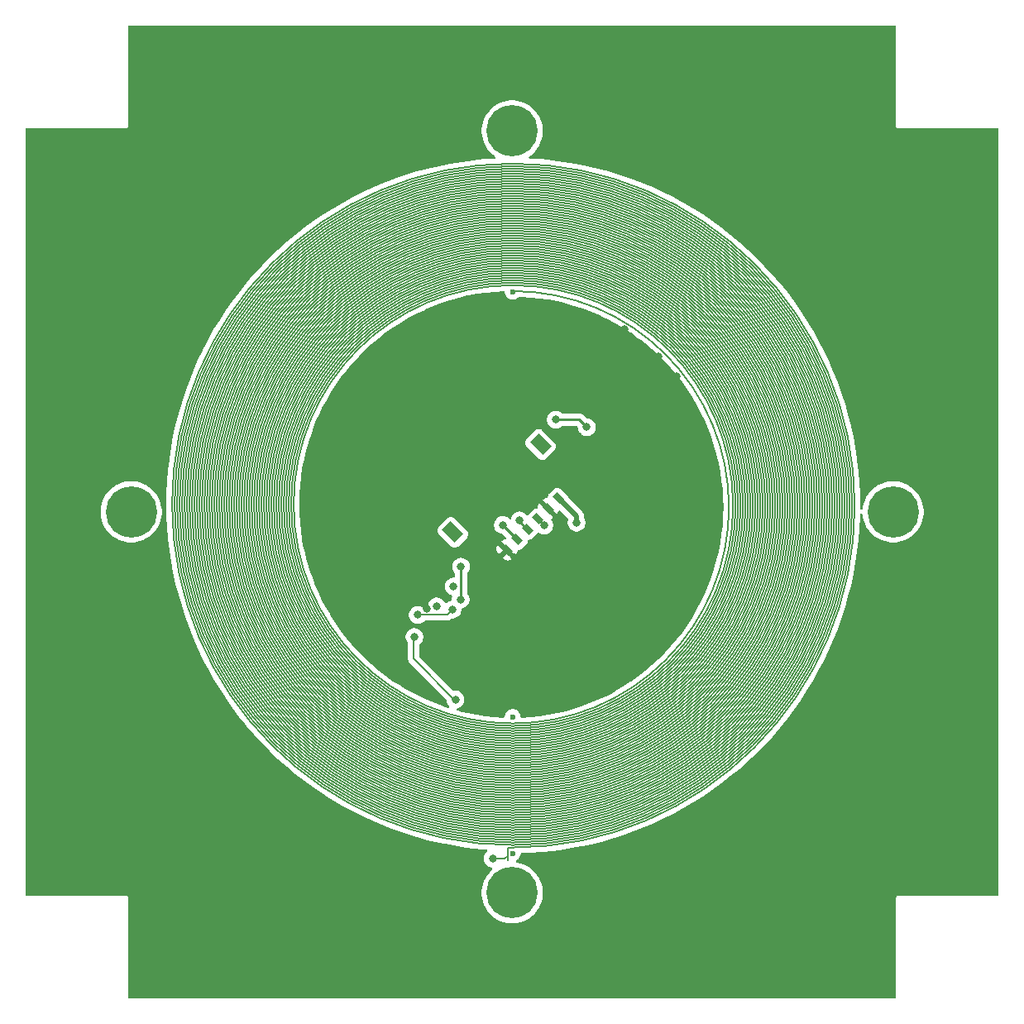
<source format=gbr>
%TF.GenerationSoftware,KiCad,Pcbnew,9.0.0*%
%TF.CreationDate,2025-03-12T18:23:27-07:00*%
%TF.ProjectId,Z_Face_V2,5a5f4661-6365-45f5-9632-2e6b69636164,3.1*%
%TF.SameCoordinates,Original*%
%TF.FileFunction,Copper,L4,Bot*%
%TF.FilePolarity,Positive*%
%FSLAX46Y46*%
G04 Gerber Fmt 4.6, Leading zero omitted, Abs format (unit mm)*
G04 Created by KiCad (PCBNEW 9.0.0) date 2025-03-12 18:23:27*
%MOMM*%
%LPD*%
G01*
G04 APERTURE LIST*
G04 Aperture macros list*
%AMRoundRect*
0 Rectangle with rounded corners*
0 $1 Rounding radius*
0 $2 $3 $4 $5 $6 $7 $8 $9 X,Y pos of 4 corners*
0 Add a 4 corners polygon primitive as box body*
4,1,4,$2,$3,$4,$5,$6,$7,$8,$9,$2,$3,0*
0 Add four circle primitives for the rounded corners*
1,1,$1+$1,$2,$3*
1,1,$1+$1,$4,$5*
1,1,$1+$1,$6,$7*
1,1,$1+$1,$8,$9*
0 Add four rect primitives between the rounded corners*
20,1,$1+$1,$2,$3,$4,$5,0*
20,1,$1+$1,$4,$5,$6,$7,0*
20,1,$1+$1,$6,$7,$8,$9,0*
20,1,$1+$1,$8,$9,$2,$3,0*%
%AMRotRect*
0 Rectangle, with rotation*
0 The origin of the aperture is its center*
0 $1 length*
0 $2 width*
0 $3 Rotation angle, in degrees counterclockwise*
0 Add horizontal line*
21,1,$1,$2,0,0,$3*%
G04 Aperture macros list end*
%TA.AperFunction,EtchedComponent*%
%ADD10C,0.127000*%
%TD*%
%TA.AperFunction,HeatsinkPad*%
%ADD11C,0.500000*%
%TD*%
%TA.AperFunction,HeatsinkPad*%
%ADD12RotRect,1.600000X1.800000X315.000000*%
%TD*%
%TA.AperFunction,SMDPad,CuDef*%
%ADD13RotRect,1.250000X1.800000X225.000000*%
%TD*%
%TA.AperFunction,SMDPad,CuDef*%
%ADD14RotRect,0.600000X1.000000X225.000000*%
%TD*%
%TA.AperFunction,ComponentPad*%
%ADD15C,0.600000*%
%TD*%
%TA.AperFunction,SMDPad,CuDef*%
%ADD16RoundRect,0.031750X-0.031750X0.476250X-0.031750X-0.476250X0.031750X-0.476250X0.031750X0.476250X0*%
%TD*%
%TA.AperFunction,ComponentPad*%
%ADD17C,5.250000*%
%TD*%
%TA.AperFunction,ViaPad*%
%ADD18C,0.800000*%
%TD*%
%TA.AperFunction,Conductor*%
%ADD19C,0.127000*%
%TD*%
%TA.AperFunction,Conductor*%
%ADD20C,0.250000*%
%TD*%
%TA.AperFunction,Conductor*%
%ADD21C,0.500000*%
%TD*%
G04 APERTURE END LIST*
D10*
%TO.C,REF\u002A\u002A*%
X149564000Y-119352780D02*
X149064000Y-119352780D01*
X149064000Y-119352780D02*
X149064000Y-119852780D01*
X149564000Y-49352780D02*
G75*
G02*
X149564000Y-119352780I0J-35000000D01*
G01*
X149564000Y-49606780D02*
G75*
G02*
X149564000Y-119098780I0J-34746000D01*
G01*
X149564000Y-49860780D02*
G75*
G02*
X149564000Y-118844780I0J-34492000D01*
G01*
X149564000Y-50114780D02*
G75*
G02*
X149564000Y-118590780I0J-34238000D01*
G01*
X149564000Y-50368780D02*
G75*
G02*
X149564000Y-118336780I0J-33984000D01*
G01*
X149564000Y-50622780D02*
G75*
G02*
X149564000Y-118082780I0J-33730000D01*
G01*
X149564000Y-50876780D02*
G75*
G02*
X149564000Y-117828780I0J-33476000D01*
G01*
X149564000Y-51130780D02*
G75*
G02*
X149564000Y-117574780I0J-33222000D01*
G01*
X149564000Y-51384780D02*
G75*
G02*
X149564000Y-117320780I0J-32968000D01*
G01*
X149564000Y-51638780D02*
G75*
G02*
X149564000Y-117066780I0J-32714000D01*
G01*
X149564000Y-51892780D02*
G75*
G02*
X149564000Y-116812780I0J-32460000D01*
G01*
X149564000Y-52146780D02*
G75*
G02*
X149564000Y-116558780I0J-32206000D01*
G01*
X149564000Y-52400780D02*
G75*
G02*
X149564000Y-116304780I0J-31952000D01*
G01*
X149564000Y-52654780D02*
G75*
G02*
X149564000Y-116050780I0J-31698000D01*
G01*
X149564000Y-52908780D02*
G75*
G02*
X149564000Y-115796780I0J-31444000D01*
G01*
X149564000Y-53162780D02*
G75*
G02*
X149564000Y-115542780I0J-31190000D01*
G01*
X149564000Y-53416780D02*
G75*
G02*
X149564000Y-115288780I0J-30936000D01*
G01*
X149564000Y-53670780D02*
G75*
G02*
X149564000Y-115034780I0J-30682000D01*
G01*
X149564000Y-53924780D02*
G75*
G02*
X149564000Y-114780780I0J-30428000D01*
G01*
X149564000Y-54178780D02*
G75*
G02*
X149564000Y-114526780I0J-30174000D01*
G01*
X149564000Y-54432780D02*
G75*
G02*
X149564000Y-114272780I0J-29920000D01*
G01*
X149564000Y-54686780D02*
G75*
G02*
X149564000Y-114018780I0J-29666000D01*
G01*
X149564000Y-54940780D02*
G75*
G02*
X149564000Y-113764780I0J-29412000D01*
G01*
X149564000Y-55194780D02*
G75*
G02*
X149564000Y-113510780I0J-29158000D01*
G01*
X149564000Y-55448780D02*
G75*
G02*
X149564000Y-113256780I0J-28904000D01*
G01*
X149564000Y-55702780D02*
G75*
G02*
X149564000Y-113002780I0J-28650000D01*
G01*
X149564000Y-55956780D02*
G75*
G02*
X149564000Y-112748780I0J-28396000D01*
G01*
X149564000Y-56210780D02*
G75*
G02*
X149564000Y-112494780I0J-28142000D01*
G01*
X149564000Y-56464780D02*
G75*
G02*
X149564000Y-112240780I0J-27888000D01*
G01*
X149564000Y-56718780D02*
G75*
G02*
X149564000Y-111986780I0J-27634000D01*
G01*
X149564000Y-56972780D02*
G75*
G02*
X149564000Y-111732780I0J-27380000D01*
G01*
X149564000Y-57226780D02*
G75*
G02*
X149564000Y-111478780I0J-27126000D01*
G01*
X149564000Y-57480780D02*
G75*
G02*
X149564000Y-111224780I0J-26872000D01*
G01*
X149564000Y-57734780D02*
G75*
G02*
X149564000Y-110970780I0J-26618000D01*
G01*
X149564000Y-57988780D02*
G75*
G02*
X149564000Y-110716780I0J-26364000D01*
G01*
X149564000Y-58242780D02*
G75*
G02*
X149564000Y-110462780I0J-26110000D01*
G01*
X149564000Y-58496780D02*
G75*
G02*
X149564000Y-110208780I0J-25856000D01*
G01*
X149564000Y-58750780D02*
G75*
G02*
X149564000Y-109954780I0J-25602000D01*
G01*
X149564000Y-59004780D02*
G75*
G02*
X149564000Y-109700780I0J-25348000D01*
G01*
X149564000Y-59258780D02*
G75*
G02*
X149564000Y-109446780I0J-25094000D01*
G01*
X149564000Y-59512780D02*
G75*
G02*
X149564000Y-109192780I0J-24840000D01*
G01*
X149564000Y-59766780D02*
G75*
G02*
X149564000Y-108938780I0J-24586000D01*
G01*
X149564000Y-60020780D02*
G75*
G02*
X149564000Y-108684780I0J-24332000D01*
G01*
X149564000Y-60274780D02*
G75*
G02*
X149564000Y-108430780I0J-24078000D01*
G01*
X149564000Y-60528780D02*
G75*
G02*
X149564000Y-108176780I0J-23824000D01*
G01*
X149564000Y-60782780D02*
G75*
G02*
X149564000Y-107922780I0J-23570000D01*
G01*
X149564000Y-61036780D02*
G75*
G02*
X149564000Y-107668780I0J-23316000D01*
G01*
X149564000Y-61290780D02*
G75*
G02*
X149564000Y-107414780I0J-23062000D01*
G01*
X149564000Y-61544780D02*
G75*
G02*
X149564000Y-107160780I0J-22808000D01*
G01*
X149564000Y-61798780D02*
G75*
G02*
X149564000Y-106906780I0J-22554000D01*
G01*
X149564000Y-62398780D02*
G75*
G02*
X149564000Y-106652780I2034J-22127000D01*
G01*
X149564000Y-106652780D02*
G75*
G02*
X149564000Y-61798780I0J22427000D01*
G01*
X149564000Y-106906780D02*
G75*
G02*
X149564000Y-61544780I0J22681000D01*
G01*
X149564000Y-107160780D02*
G75*
G02*
X149564000Y-61290780I0J22935000D01*
G01*
X149564000Y-107414780D02*
G75*
G02*
X149564000Y-61036780I0J23189000D01*
G01*
X149564000Y-107668780D02*
G75*
G02*
X149564000Y-60782780I0J23443000D01*
G01*
X149564000Y-107922780D02*
G75*
G02*
X149564000Y-60528780I0J23697000D01*
G01*
X149564000Y-108176780D02*
G75*
G02*
X149564000Y-60274780I0J23951000D01*
G01*
X149564000Y-108430780D02*
G75*
G02*
X149564000Y-60020780I0J24205000D01*
G01*
X149564000Y-108684780D02*
G75*
G02*
X149564000Y-59766780I0J24459000D01*
G01*
X149564000Y-108938780D02*
G75*
G02*
X149564000Y-59512780I0J24713000D01*
G01*
X149564000Y-109192780D02*
G75*
G02*
X149564000Y-59258780I0J24967000D01*
G01*
X149564000Y-109446780D02*
G75*
G02*
X149564000Y-59004780I0J25221000D01*
G01*
X149564000Y-109700780D02*
G75*
G02*
X149564000Y-58750780I0J25475000D01*
G01*
X149564000Y-109954780D02*
G75*
G02*
X149564000Y-58496780I0J25729000D01*
G01*
X149564000Y-110208780D02*
G75*
G02*
X149564000Y-58242780I0J25983000D01*
G01*
X149564000Y-110462780D02*
G75*
G02*
X149564000Y-57988780I0J26237000D01*
G01*
X149564000Y-110716780D02*
G75*
G02*
X149564000Y-57734780I0J26491000D01*
G01*
X149564000Y-110970780D02*
G75*
G02*
X149564000Y-57480780I0J26745000D01*
G01*
X149564000Y-111224780D02*
G75*
G02*
X149564000Y-57226780I0J26999000D01*
G01*
X149564000Y-111478780D02*
G75*
G02*
X149564000Y-56972780I0J27253000D01*
G01*
X149564000Y-111732780D02*
G75*
G02*
X149564000Y-56718780I0J27507000D01*
G01*
X149564000Y-111986780D02*
G75*
G02*
X149564000Y-56464780I0J27761000D01*
G01*
X149564000Y-112240780D02*
G75*
G02*
X149564000Y-56210780I0J28015000D01*
G01*
X149564000Y-112494780D02*
G75*
G02*
X149564000Y-55956780I0J28269000D01*
G01*
X149564000Y-112748780D02*
G75*
G02*
X149564000Y-55702780I0J28523000D01*
G01*
X149564000Y-113002780D02*
G75*
G02*
X149564000Y-55448780I0J28777000D01*
G01*
X149564000Y-113256780D02*
G75*
G02*
X149564000Y-55194780I0J29031000D01*
G01*
X149564000Y-113510780D02*
G75*
G02*
X149564000Y-54940780I0J29285000D01*
G01*
X149564000Y-113764780D02*
G75*
G02*
X149564000Y-54686780I0J29539000D01*
G01*
X149564000Y-114018780D02*
G75*
G02*
X149564000Y-54432780I0J29793000D01*
G01*
X149564000Y-114272780D02*
G75*
G02*
X149564000Y-54178780I0J30047000D01*
G01*
X149564000Y-114526780D02*
G75*
G02*
X149564000Y-53924780I0J30301000D01*
G01*
X149564000Y-114780780D02*
G75*
G02*
X149564000Y-53670780I0J30555000D01*
G01*
X149564000Y-115034780D02*
G75*
G02*
X149564000Y-53416780I0J30809000D01*
G01*
X149564000Y-115288780D02*
G75*
G02*
X149564000Y-53162780I0J31063000D01*
G01*
X149564000Y-115542780D02*
G75*
G02*
X149564000Y-52908780I0J31317000D01*
G01*
X149564000Y-115796780D02*
G75*
G02*
X149564000Y-52654780I0J31571000D01*
G01*
X149564000Y-116050780D02*
G75*
G02*
X149564000Y-52400780I0J31825000D01*
G01*
X149564000Y-116304780D02*
G75*
G02*
X149564000Y-52146780I0J32079000D01*
G01*
X149564000Y-116558780D02*
G75*
G02*
X149564000Y-51892780I0J32333000D01*
G01*
X149564000Y-116812780D02*
G75*
G02*
X149564000Y-51638780I0J32587000D01*
G01*
X149564000Y-117066780D02*
G75*
G02*
X149564000Y-51384780I0J32841000D01*
G01*
X149564000Y-117320780D02*
G75*
G02*
X149564000Y-51130780I0J33095000D01*
G01*
X149564000Y-117574780D02*
G75*
G02*
X149564000Y-50876780I0J33349000D01*
G01*
X149564000Y-117828780D02*
G75*
G02*
X149564000Y-50622780I0J33603000D01*
G01*
X149564000Y-118082780D02*
G75*
G02*
X149564000Y-50368780I0J33857000D01*
G01*
X149564000Y-118336780D02*
G75*
G02*
X149564000Y-50114780I0J34111000D01*
G01*
X149564000Y-118590780D02*
G75*
G02*
X149564000Y-49860780I0J34365000D01*
G01*
X149564000Y-118844780D02*
G75*
G02*
X149564000Y-49606780I0J34619000D01*
G01*
X149564000Y-119098780D02*
G75*
G02*
X149564000Y-49352780I0J34873000D01*
G01*
%TD*%
D11*
%TO.P,U3,9,EP/GND*%
%TO.N,GND*%
X161441422Y-71602944D03*
X160522183Y-72522183D03*
D12*
%TO.N,N/C*%
X161370711Y-72451472D03*
D11*
%TO.N,GND*%
X162219239Y-72380761D03*
X161300000Y-73300000D03*
%TD*%
D13*
%TO.P,J1,S2*%
%TO.N,N/C*%
X152417176Y-78091629D03*
%TO.P,J1,S1*%
X143429849Y-87078956D03*
D14*
%TO.P,J1,6,Pin_6*%
%TO.N,VSOLAR*%
X154245047Y-83603526D03*
%TO.P,J1,5,Pin_5*%
%TO.N,GND*%
X153184387Y-84664186D03*
%TO.P,J1,4,Pin_4*%
%TO.N,+3V3*%
X152123727Y-85724846D03*
%TO.P,J1,3,Pin_3*%
%TO.N,SCL*%
X151063066Y-86785507D03*
%TO.P,J1,2,Pin_2*%
%TO.N,SDA*%
X150002406Y-87846167D03*
%TO.P,J1,1,Pin_1*%
%TO.N,GND*%
X148941746Y-88906827D03*
%TD*%
D15*
%TO.P,REF\u002A\u002A,*%
%TO.N,*%
X149564000Y-105988780D03*
D16*
%TO.P,REF\u002A\u002A,2*%
%TO.N,N/C*%
X149064000Y-120202780D03*
D15*
%TO.P,REF\u002A\u002A,*%
%TO.N,*%
X149564000Y-62462780D03*
X149564000Y-119952780D03*
%TD*%
D17*
%TO.P,J4,1,Pin_1*%
%TO.N,unconnected-(J4-Pin_1-Pad1)*%
X110500000Y-85000000D03*
%TD*%
%TO.P,J5,1,Pin_1*%
%TO.N,unconnected-(J5-Pin_1-Pad1)*%
X149500000Y-124000000D03*
%TD*%
%TO.P,J6,1,Pin_1*%
%TO.N,unconnected-(J6-Pin_1-Pad1)*%
X149500000Y-46000000D03*
%TD*%
%TO.P,J7,1,Pin_1*%
%TO.N,unconnected-(J7-Pin_1-Pad1)*%
X188500000Y-85000000D03*
%TD*%
D18*
%TO.N,GND*%
X139200000Y-66200000D03*
X131400000Y-53100000D03*
X126300000Y-46300000D03*
X161000000Y-66300000D03*
X166300000Y-52200000D03*
X189800000Y-68600000D03*
X194000000Y-72600000D03*
X188500000Y-107500000D03*
X191700000Y-114800000D03*
X189000000Y-114900000D03*
X137700000Y-121700000D03*
X135200000Y-122700000D03*
X116700000Y-122800000D03*
X114700000Y-120600000D03*
X126600000Y-112600000D03*
X124600000Y-110800000D03*
X111400000Y-75200000D03*
X108700000Y-77900000D03*
X148000000Y-79700000D03*
X145800000Y-77800000D03*
X143900000Y-83700000D03*
X142000000Y-81700000D03*
X166300000Y-71100000D03*
X164500000Y-69100000D03*
X166800000Y-74500000D03*
X168900000Y-76500000D03*
X184500000Y-70900000D03*
X184500000Y-73700000D03*
X137900000Y-98900000D03*
X137900000Y-101300000D03*
X175000000Y-111000000D03*
X172300000Y-113300000D03*
X163200000Y-99500000D03*
X160900000Y-101600000D03*
X151200000Y-92000000D03*
X156400000Y-87900000D03*
%TO.N,+3V3*%
X152800000Y-86400000D03*
%TO.N,SCL*%
X150276396Y-85876396D03*
%TO.N,SDA*%
X148545000Y-86345000D03*
%TO.N,GND*%
X140802156Y-94889337D03*
%TO.N,VSOLAR*%
X156100000Y-86100000D03*
%TO.N,GND*%
X154100000Y-85600000D03*
X150800000Y-82300000D03*
X146500000Y-86500000D03*
X149700000Y-89700000D03*
%TO.N,+3V3*%
X143400000Y-95000000D03*
X139854705Y-95552837D03*
%TO.N,GND*%
X161400000Y-74700000D03*
X159200000Y-72600000D03*
X160200000Y-73600000D03*
%TO.N,Net-(U2-OUT+)*%
X139500000Y-97800000D03*
%TO.N,GND*%
X162122280Y-69077720D03*
%TO.N,Net-(U2-OUT+)*%
X143700000Y-104200000D03*
%TO.N,GND*%
X156260000Y-77181974D03*
X162420000Y-71460000D03*
X137946283Y-91716283D03*
%TO.N,Net-(U2-OUT+)*%
X147500000Y-120500000D03*
%TO.N,GND*%
X171630000Y-123540000D03*
X119890000Y-126760000D03*
X111040000Y-62950000D03*
X164540000Y-46420000D03*
%TO.N,SDA*%
X144270000Y-90620000D03*
X153961802Y-75551802D03*
X144245000Y-93955000D03*
X157140000Y-76330000D03*
%TO.N,SCL*%
X143511396Y-92641396D03*
%TO.N,Net-(U2-OUT+)*%
X141780000Y-94680000D03*
%TD*%
D19*
%TO.N,GND*%
X151200000Y-91200000D02*
X151200000Y-92000000D01*
X149700000Y-89700000D02*
X151200000Y-91200000D01*
X154100000Y-85600000D02*
X156400000Y-87900000D01*
D20*
%TO.N,+3V3*%
X152800000Y-86400000D02*
X152798881Y-86400000D01*
X152798881Y-86400000D02*
X152123727Y-85724846D01*
D19*
X152123727Y-85724846D02*
X152124846Y-85724846D01*
D20*
%TO.N,SCL*%
X150276396Y-85998837D02*
X151063066Y-86785507D01*
X150276396Y-85876396D02*
X150276396Y-85998837D01*
%TO.N,SDA*%
X148545000Y-86388761D02*
X150002406Y-87846167D01*
X148545000Y-86345000D02*
X148545000Y-86388761D01*
D19*
%TO.N,Net-(U2-OUT+)*%
X139400000Y-100000000D02*
X143600000Y-104200000D01*
X143600000Y-104200000D02*
X143700000Y-104200000D01*
X139400000Y-97900000D02*
X139400000Y-100000000D01*
X139500000Y-97800000D02*
X139400000Y-97900000D01*
D21*
%TO.N,VSOLAR*%
X156100000Y-85458479D02*
X154245047Y-83603526D01*
X156100000Y-86100000D02*
X156100000Y-85458479D01*
D19*
%TO.N,GND*%
X154100000Y-85579799D02*
X154100000Y-85600000D01*
X153184387Y-84664186D02*
X154100000Y-85579799D01*
X150820201Y-82300000D02*
X150800000Y-82300000D01*
X153184387Y-84664186D02*
X150820201Y-82300000D01*
X146534919Y-86500000D02*
X146500000Y-86500000D01*
X148941746Y-88906827D02*
X146534919Y-86500000D01*
X148941746Y-88941746D02*
X149700000Y-89700000D01*
X148941746Y-88906827D02*
X148941746Y-88941746D01*
%TO.N,+3V3*%
X139854705Y-95552837D02*
X142847163Y-95552837D01*
X142847163Y-95552837D02*
X143400000Y-95000000D01*
%TO.N,Net-(U2-OUT+)*%
X148766780Y-120500000D02*
X147500000Y-120500000D01*
X149064000Y-120202780D02*
X148766780Y-120500000D01*
D20*
%TO.N,SDA*%
X144270000Y-93930000D02*
X144270000Y-90620000D01*
X156360000Y-75550000D02*
X153970000Y-75550000D01*
X144245000Y-93955000D02*
X144270000Y-93930000D01*
X157140000Y-76330000D02*
X156360000Y-75550000D01*
%TD*%
%TA.AperFunction,Conductor*%
%TO.N,GND*%
G36*
X148690737Y-62407053D02*
G01*
X148740550Y-62457641D01*
X148755500Y-62517171D01*
X148755500Y-62542412D01*
X148771035Y-62620510D01*
X148786570Y-62698611D01*
X148847517Y-62845748D01*
X148858329Y-62861929D01*
X148935998Y-62978170D01*
X148936003Y-62978176D01*
X149048603Y-63090776D01*
X149048609Y-63090781D01*
X149048611Y-63090783D01*
X149181032Y-63179263D01*
X149328169Y-63240210D01*
X149484370Y-63271280D01*
X149484371Y-63271280D01*
X149643629Y-63271280D01*
X149643630Y-63271280D01*
X149799831Y-63240210D01*
X149946968Y-63179263D01*
X150079389Y-63090783D01*
X150148226Y-63021944D01*
X150176716Y-63006388D01*
X150204387Y-62989421D01*
X150208770Y-62988884D01*
X150210538Y-62987920D01*
X150239982Y-62985068D01*
X150476295Y-62990064D01*
X150481576Y-62990288D01*
X151389513Y-63048105D01*
X151394784Y-63048553D01*
X152299470Y-63144855D01*
X152304709Y-63145525D01*
X153204461Y-63280135D01*
X153209702Y-63281033D01*
X154102946Y-63453713D01*
X154108151Y-63454835D01*
X154795921Y-63618354D01*
X154993198Y-63665257D01*
X154998375Y-63666604D01*
X155873717Y-63914408D01*
X155878832Y-63915974D01*
X156742869Y-64200707D01*
X156747912Y-64202489D01*
X157599053Y-64523627D01*
X157604017Y-64525621D01*
X158440789Y-64882608D01*
X158445663Y-64884811D01*
X158856088Y-65080897D01*
X159266523Y-65276987D01*
X159271283Y-65279387D01*
X159901902Y-65614260D01*
X160074757Y-65706050D01*
X160079427Y-65708658D01*
X160864100Y-66169059D01*
X160868627Y-66171846D01*
X161116683Y-66331919D01*
X161633017Y-66665114D01*
X161637449Y-66668109D01*
X162074164Y-66976943D01*
X162380223Y-67193381D01*
X162384496Y-67196541D01*
X162673707Y-67420065D01*
X163104333Y-67752886D01*
X163108486Y-67756240D01*
X163804038Y-68342618D01*
X163808021Y-68346123D01*
X164371967Y-68864059D01*
X164478067Y-68961503D01*
X164481929Y-68965204D01*
X165125233Y-69608448D01*
X165128935Y-69612310D01*
X165744360Y-70282283D01*
X165747894Y-70286298D01*
X166334326Y-70981785D01*
X166337687Y-70985947D01*
X166894077Y-71705704D01*
X166897257Y-71710005D01*
X167422591Y-72452721D01*
X167425587Y-72457152D01*
X167918923Y-73221494D01*
X167921728Y-73226049D01*
X168382181Y-74010648D01*
X168384790Y-74015318D01*
X168811528Y-74818753D01*
X168813936Y-74823529D01*
X169206189Y-75644354D01*
X169208392Y-75649228D01*
X169565447Y-76485947D01*
X169567442Y-76490911D01*
X169888665Y-77342044D01*
X169890447Y-77347087D01*
X170175260Y-78211097D01*
X170176826Y-78216212D01*
X170424702Y-79091505D01*
X170426050Y-79096681D01*
X170636558Y-79981724D01*
X170637685Y-79986953D01*
X170810437Y-80880131D01*
X170811341Y-80885403D01*
X170946026Y-81785094D01*
X170946706Y-81790400D01*
X171043084Y-82695014D01*
X171043538Y-82700344D01*
X171101435Y-83608236D01*
X171101662Y-83613580D01*
X171120973Y-84523105D01*
X171120973Y-84528455D01*
X171101662Y-85437979D01*
X171101435Y-85443323D01*
X171043538Y-86351215D01*
X171043084Y-86356545D01*
X170946706Y-87261159D01*
X170946026Y-87266465D01*
X170811341Y-88166156D01*
X170810437Y-88171428D01*
X170637685Y-89064606D01*
X170636558Y-89069835D01*
X170426050Y-89954878D01*
X170424702Y-89960054D01*
X170176826Y-90835347D01*
X170175260Y-90840462D01*
X169890447Y-91704472D01*
X169888665Y-91709515D01*
X169567442Y-92560648D01*
X169565447Y-92565612D01*
X169208392Y-93402331D01*
X169206189Y-93407205D01*
X168813936Y-94228030D01*
X168811528Y-94232806D01*
X168384790Y-95036241D01*
X168382181Y-95040911D01*
X167921728Y-95825510D01*
X167918923Y-95830065D01*
X167425587Y-96594407D01*
X167422591Y-96598838D01*
X166897257Y-97341554D01*
X166894077Y-97345855D01*
X166337687Y-98065612D01*
X166334326Y-98069774D01*
X165747894Y-98765261D01*
X165744360Y-98769276D01*
X165128935Y-99439249D01*
X165125233Y-99443111D01*
X164481929Y-100086355D01*
X164478067Y-100090056D01*
X163808037Y-100705422D01*
X163804022Y-100708955D01*
X163108495Y-101295312D01*
X163104333Y-101298673D01*
X162384510Y-101855008D01*
X162380209Y-101858188D01*
X161637449Y-102383450D01*
X161633017Y-102386445D01*
X160868641Y-102879704D01*
X160864086Y-102882509D01*
X160079427Y-103342901D01*
X160074757Y-103345509D01*
X159271291Y-103772168D01*
X159266514Y-103774576D01*
X158445663Y-104166748D01*
X158440789Y-104168951D01*
X157604017Y-104525938D01*
X157599053Y-104527932D01*
X156747912Y-104849070D01*
X156742869Y-104850852D01*
X155878832Y-105135585D01*
X155873717Y-105137151D01*
X154998375Y-105384955D01*
X154993198Y-105386302D01*
X154108163Y-105596721D01*
X154102934Y-105597848D01*
X153209718Y-105770523D01*
X153204446Y-105771426D01*
X152304742Y-105906029D01*
X152299436Y-105906708D01*
X151394813Y-106003003D01*
X151389483Y-106003456D01*
X150506507Y-106059683D01*
X150437253Y-106044051D01*
X150387444Y-105993458D01*
X150372500Y-105933938D01*
X150372500Y-105909151D01*
X150372499Y-105909147D01*
X150371485Y-105904048D01*
X150341430Y-105752949D01*
X150280483Y-105605812D01*
X150192003Y-105473391D01*
X150192001Y-105473389D01*
X150191996Y-105473383D01*
X150079396Y-105360783D01*
X150079390Y-105360778D01*
X150079389Y-105360777D01*
X149946968Y-105272297D01*
X149799831Y-105211350D01*
X149721730Y-105195815D01*
X149643632Y-105180280D01*
X149643630Y-105180280D01*
X149484370Y-105180280D01*
X149484367Y-105180280D01*
X149367219Y-105203582D01*
X149328169Y-105211350D01*
X149200263Y-105264331D01*
X149181032Y-105272297D01*
X149048609Y-105360778D01*
X149048603Y-105360783D01*
X148936003Y-105473383D01*
X148935998Y-105473389D01*
X148847517Y-105605812D01*
X148786571Y-105752947D01*
X148786570Y-105752950D01*
X148755500Y-105909147D01*
X148755500Y-105934388D01*
X148735498Y-106002509D01*
X148681842Y-106049002D01*
X148621482Y-106060133D01*
X147713228Y-106002216D01*
X147707898Y-106001762D01*
X146790693Y-105904048D01*
X146785388Y-105903369D01*
X145873132Y-105766811D01*
X145867860Y-105765907D01*
X144962229Y-105590757D01*
X144957000Y-105589630D01*
X144059615Y-105376201D01*
X144054439Y-105374853D01*
X143896409Y-105330103D01*
X143836315Y-105292297D01*
X143806200Y-105228004D01*
X143815626Y-105157636D01*
X143861599Y-105103534D01*
X143906156Y-105085291D01*
X143965000Y-105073587D01*
X144130336Y-105005102D01*
X144279135Y-104905678D01*
X144405678Y-104779135D01*
X144505102Y-104630336D01*
X144573587Y-104465000D01*
X144608500Y-104289479D01*
X144608500Y-104110521D01*
X144573587Y-103935000D01*
X144505102Y-103769664D01*
X144405678Y-103620865D01*
X144279135Y-103494322D01*
X144130336Y-103394898D01*
X144004805Y-103342901D01*
X143965003Y-103326414D01*
X143965001Y-103326413D01*
X143965000Y-103326413D01*
X143866197Y-103306760D01*
X143789481Y-103291500D01*
X143789479Y-103291500D01*
X143610521Y-103291500D01*
X143610515Y-103291500D01*
X143584748Y-103296626D01*
X143514034Y-103290298D01*
X143471072Y-103262142D01*
X140008905Y-99799975D01*
X139974879Y-99737663D01*
X139972000Y-99710880D01*
X139972000Y-98644611D01*
X139992002Y-98576490D01*
X140027996Y-98539847D01*
X140079135Y-98505678D01*
X140205678Y-98379135D01*
X140305102Y-98230336D01*
X140373587Y-98065000D01*
X140408500Y-97889479D01*
X140408500Y-97710521D01*
X140373587Y-97535000D01*
X140305102Y-97369664D01*
X140205678Y-97220865D01*
X140079135Y-97094322D01*
X139930336Y-96994898D01*
X139813429Y-96946473D01*
X139765003Y-96926414D01*
X139765001Y-96926413D01*
X139765000Y-96926413D01*
X139676645Y-96908838D01*
X139589481Y-96891500D01*
X139589479Y-96891500D01*
X139410521Y-96891500D01*
X139410518Y-96891500D01*
X139279771Y-96917507D01*
X139235000Y-96926413D01*
X139234999Y-96926413D01*
X139234996Y-96926414D01*
X139069662Y-96994899D01*
X138920869Y-97094319D01*
X138920862Y-97094324D01*
X138794324Y-97220862D01*
X138794319Y-97220869D01*
X138694899Y-97369662D01*
X138626414Y-97534996D01*
X138591500Y-97710518D01*
X138591500Y-97889481D01*
X138626414Y-98065003D01*
X138628390Y-98069774D01*
X138694898Y-98230336D01*
X138794322Y-98379135D01*
X138794328Y-98379141D01*
X138798245Y-98383914D01*
X138796326Y-98385488D01*
X138825121Y-98438220D01*
X138828000Y-98465003D01*
X138828000Y-100075305D01*
X138830961Y-100086355D01*
X138866980Y-100220781D01*
X138866983Y-100220788D01*
X138879070Y-100241723D01*
X138921910Y-100315923D01*
X138942286Y-100351216D01*
X138942289Y-100351219D01*
X138942292Y-100351223D01*
X142754595Y-104163525D01*
X142788621Y-104225837D01*
X142791500Y-104252620D01*
X142791500Y-104289481D01*
X142793844Y-104301263D01*
X142826413Y-104465000D01*
X142894898Y-104630336D01*
X142994322Y-104779135D01*
X142994324Y-104779137D01*
X143048755Y-104833568D01*
X143082781Y-104895880D01*
X143077716Y-104966695D01*
X143035169Y-105023531D01*
X142968649Y-105048342D01*
X142920216Y-105042330D01*
X142286874Y-104833568D01*
X142285773Y-104833205D01*
X142280730Y-104831423D01*
X141417730Y-104505741D01*
X141412767Y-104503747D01*
X140622992Y-104166748D01*
X140564336Y-104141719D01*
X140559468Y-104139518D01*
X139727210Y-103741828D01*
X139722434Y-103739420D01*
X138907778Y-103306751D01*
X138903140Y-103304160D01*
X138107553Y-102837292D01*
X138103021Y-102834501D01*
X137328007Y-102334314D01*
X137323575Y-102331319D01*
X136570479Y-101798684D01*
X136566179Y-101795504D01*
X135836362Y-101231382D01*
X135832200Y-101228021D01*
X135678040Y-101098045D01*
X135126993Y-100633442D01*
X135122979Y-100629909D01*
X134443639Y-100005933D01*
X134439778Y-100002232D01*
X133787547Y-99350001D01*
X133783846Y-99346140D01*
X133466497Y-99000633D01*
X133159867Y-98666796D01*
X133156336Y-98662785D01*
X133084230Y-98577263D01*
X132561752Y-97957571D01*
X132558397Y-97953417D01*
X131994263Y-97223585D01*
X131991106Y-97219315D01*
X131458453Y-96466194D01*
X131455465Y-96461772D01*
X130955270Y-95686745D01*
X130952495Y-95682239D01*
X130824049Y-95463355D01*
X138946205Y-95463355D01*
X138946205Y-95463358D01*
X138946205Y-95642316D01*
X138981118Y-95817837D01*
X139049603Y-95983173D01*
X139149027Y-96131972D01*
X139275570Y-96258515D01*
X139424369Y-96357939D01*
X139589705Y-96426424D01*
X139765226Y-96461337D01*
X139765227Y-96461337D01*
X139944183Y-96461337D01*
X139944184Y-96461337D01*
X140119705Y-96426424D01*
X140285041Y-96357939D01*
X140433840Y-96258515D01*
X140530613Y-96161742D01*
X140592925Y-96127716D01*
X140619708Y-96124837D01*
X142922466Y-96124837D01*
X142922468Y-96124837D01*
X143067947Y-96085856D01*
X143198379Y-96010551D01*
X143263524Y-95945404D01*
X143325836Y-95911380D01*
X143352620Y-95908500D01*
X143489478Y-95908500D01*
X143489479Y-95908500D01*
X143665000Y-95873587D01*
X143830336Y-95805102D01*
X143979135Y-95705678D01*
X144105678Y-95579135D01*
X144205102Y-95430336D01*
X144273587Y-95265000D01*
X144308500Y-95089479D01*
X144308500Y-94972073D01*
X144328502Y-94903952D01*
X144382158Y-94857459D01*
X144409917Y-94848494D01*
X144510000Y-94828587D01*
X144675336Y-94760102D01*
X144824135Y-94660678D01*
X144950678Y-94534135D01*
X145050102Y-94385336D01*
X145118587Y-94220000D01*
X145153500Y-94044479D01*
X145153500Y-93865521D01*
X145118587Y-93690000D01*
X145050102Y-93524664D01*
X144950678Y-93375865D01*
X144940405Y-93365592D01*
X144906379Y-93303280D01*
X144903500Y-93276497D01*
X144903500Y-91323503D01*
X144923502Y-91255382D01*
X144940405Y-91234408D01*
X144975678Y-91199135D01*
X145075102Y-91050336D01*
X145143587Y-90885000D01*
X145178500Y-90709479D01*
X145178500Y-90530521D01*
X145143587Y-90355000D01*
X145075102Y-90189664D01*
X144975678Y-90040865D01*
X144849135Y-89914322D01*
X144700336Y-89814898D01*
X144583429Y-89766473D01*
X144535003Y-89746414D01*
X144535001Y-89746413D01*
X144535000Y-89746413D01*
X144427077Y-89724946D01*
X144359481Y-89711500D01*
X144359479Y-89711500D01*
X144180521Y-89711500D01*
X144180518Y-89711500D01*
X144060668Y-89735340D01*
X144005000Y-89746413D01*
X144004999Y-89746413D01*
X144004996Y-89746414D01*
X143839662Y-89814899D01*
X143690869Y-89914319D01*
X143690862Y-89914324D01*
X143564324Y-90040862D01*
X143564319Y-90040869D01*
X143464899Y-90189662D01*
X143396414Y-90354996D01*
X143361500Y-90530518D01*
X143361500Y-90530521D01*
X143361500Y-90709479D01*
X143396413Y-90885000D01*
X143464898Y-91050336D01*
X143564322Y-91199135D01*
X143564324Y-91199137D01*
X143599595Y-91234408D01*
X143633621Y-91296720D01*
X143636500Y-91323503D01*
X143636500Y-91606896D01*
X143616498Y-91675017D01*
X143562842Y-91721510D01*
X143510500Y-91732896D01*
X143421914Y-91732896D01*
X143291167Y-91758903D01*
X143246396Y-91767809D01*
X143246395Y-91767809D01*
X143246392Y-91767810D01*
X143081058Y-91836295D01*
X142932265Y-91935715D01*
X142932258Y-91935720D01*
X142805720Y-92062258D01*
X142805715Y-92062265D01*
X142706295Y-92211058D01*
X142637810Y-92376392D01*
X142637809Y-92376395D01*
X142637809Y-92376396D01*
X142628903Y-92421167D01*
X142602896Y-92551914D01*
X142602896Y-92551917D01*
X142602896Y-92730875D01*
X142637809Y-92906396D01*
X142706294Y-93071732D01*
X142805718Y-93220531D01*
X142932261Y-93347074D01*
X143081060Y-93446498D01*
X143246396Y-93514983D01*
X143278290Y-93521327D01*
X143341198Y-93554232D01*
X143376331Y-93615926D01*
X143372688Y-93683911D01*
X143373212Y-93684070D01*
X143372566Y-93686198D01*
X143372533Y-93686821D01*
X143371787Y-93688767D01*
X143371413Y-93689999D01*
X143336500Y-93865518D01*
X143336500Y-93982926D01*
X143316498Y-94051047D01*
X143262842Y-94097540D01*
X143235083Y-94106505D01*
X143167585Y-94119931D01*
X143135000Y-94126413D01*
X143134999Y-94126413D01*
X143134996Y-94126414D01*
X142969662Y-94194899D01*
X142820869Y-94294319D01*
X142820866Y-94294321D01*
X142800575Y-94314612D01*
X142738262Y-94348636D01*
X142667446Y-94343570D01*
X142610611Y-94301022D01*
X142595073Y-94273734D01*
X142585104Y-94249669D01*
X142585102Y-94249664D01*
X142548509Y-94194899D01*
X142485678Y-94100865D01*
X142359135Y-93974322D01*
X142210336Y-93874898D01*
X142093429Y-93826473D01*
X142045003Y-93806414D01*
X142045001Y-93806413D01*
X142045000Y-93806413D01*
X141956645Y-93788838D01*
X141869481Y-93771500D01*
X141869479Y-93771500D01*
X141690521Y-93771500D01*
X141690518Y-93771500D01*
X141559771Y-93797507D01*
X141515000Y-93806413D01*
X141514999Y-93806413D01*
X141514996Y-93806414D01*
X141383902Y-93860716D01*
X141372300Y-93865522D01*
X141349662Y-93874899D01*
X141200869Y-93974319D01*
X141200862Y-93974324D01*
X141074324Y-94100862D01*
X141074319Y-94100869D01*
X140974899Y-94249662D01*
X140906414Y-94414996D01*
X140906413Y-94414999D01*
X140906413Y-94415000D01*
X140897507Y-94459771D01*
X140871500Y-94590518D01*
X140871500Y-94769481D01*
X140883589Y-94830255D01*
X140881680Y-94851576D01*
X140884728Y-94872769D01*
X140878579Y-94886230D01*
X140877261Y-94900969D01*
X140864127Y-94917876D01*
X140855234Y-94937349D01*
X140842786Y-94945348D01*
X140833707Y-94957037D01*
X140813516Y-94964159D01*
X140795508Y-94975733D01*
X140770527Y-94979324D01*
X140766754Y-94980656D01*
X140760010Y-94980837D01*
X140619708Y-94980837D01*
X140551587Y-94960835D01*
X140530613Y-94943932D01*
X140433842Y-94847161D01*
X140433840Y-94847159D01*
X140285041Y-94747735D01*
X140168134Y-94699310D01*
X140119708Y-94679251D01*
X140119706Y-94679250D01*
X140119705Y-94679250D01*
X140026347Y-94660680D01*
X139944186Y-94644337D01*
X139944184Y-94644337D01*
X139765226Y-94644337D01*
X139765223Y-94644337D01*
X139634476Y-94670344D01*
X139589705Y-94679250D01*
X139589704Y-94679250D01*
X139589701Y-94679251D01*
X139424367Y-94747736D01*
X139275574Y-94847156D01*
X139275567Y-94847161D01*
X139149029Y-94973699D01*
X139149024Y-94973706D01*
X139049604Y-95122499D01*
X138981119Y-95287833D01*
X138946205Y-95463355D01*
X130824049Y-95463355D01*
X130485609Y-94886624D01*
X130483036Y-94882017D01*
X130050350Y-94067327D01*
X130047951Y-94062569D01*
X129650248Y-93230284D01*
X129648069Y-93225464D01*
X129286029Y-92377006D01*
X129284038Y-92372049D01*
X129223283Y-92211060D01*
X128958354Y-91509045D01*
X128956574Y-91504006D01*
X128897077Y-91323503D01*
X128667804Y-90627935D01*
X128666246Y-90622845D01*
X128414922Y-89735326D01*
X128413578Y-89730164D01*
X128396361Y-89657775D01*
X128396361Y-89657774D01*
X148550008Y-89657774D01*
X148550008Y-89657775D01*
X148758299Y-89866066D01*
X148758318Y-89866083D01*
X148805697Y-89904263D01*
X148938575Y-89964946D01*
X148938574Y-89964946D01*
X149083166Y-89985735D01*
X149227759Y-89964946D01*
X149360640Y-89904261D01*
X149408011Y-89866086D01*
X149408024Y-89866074D01*
X149474904Y-89799194D01*
X148941747Y-89266037D01*
X148941746Y-89266037D01*
X148550008Y-89657774D01*
X128396361Y-89657774D01*
X128200145Y-88832764D01*
X128199022Y-88827550D01*
X128187003Y-88765406D01*
X147862837Y-88765406D01*
X147883626Y-88909998D01*
X147944309Y-89042875D01*
X147982489Y-89090254D01*
X147982506Y-89090273D01*
X148190797Y-89298564D01*
X148190798Y-89298564D01*
X148582536Y-88906826D01*
X148049378Y-88373668D01*
X148049377Y-88373668D01*
X147982499Y-88440546D01*
X147982485Y-88440561D01*
X147944311Y-88487932D01*
X147883626Y-88620813D01*
X147862837Y-88765406D01*
X128187003Y-88765406D01*
X128023872Y-87921919D01*
X128022968Y-87916647D01*
X127986952Y-87676046D01*
X127886405Y-87004357D01*
X127885735Y-86999121D01*
X127873524Y-86884502D01*
X141837783Y-86884502D01*
X141858592Y-87029236D01*
X141919335Y-87162245D01*
X141919336Y-87162246D01*
X141919337Y-87162248D01*
X141957548Y-87209665D01*
X141957570Y-87209689D01*
X143299115Y-88551234D01*
X143299127Y-88551245D01*
X143299132Y-88551250D01*
X143346560Y-88589470D01*
X143479569Y-88650213D01*
X143624303Y-88671022D01*
X143769038Y-88650213D01*
X143902046Y-88589470D01*
X143949475Y-88551250D01*
X144902143Y-87598582D01*
X144940363Y-87551153D01*
X145001106Y-87418145D01*
X145021915Y-87273410D01*
X145001106Y-87128676D01*
X144940363Y-86995667D01*
X144940360Y-86995663D01*
X144902149Y-86948246D01*
X144902127Y-86948222D01*
X144209423Y-86255518D01*
X147636500Y-86255518D01*
X147636500Y-86255521D01*
X147636500Y-86434479D01*
X147671413Y-86610000D01*
X147739898Y-86775336D01*
X147839322Y-86924135D01*
X147965865Y-87050678D01*
X148114664Y-87150102D01*
X148280000Y-87218587D01*
X148455521Y-87253500D01*
X148461645Y-87253500D01*
X148529766Y-87273502D01*
X148550740Y-87290405D01*
X148874069Y-87613734D01*
X148908095Y-87676046D01*
X148903030Y-87746861D01*
X148860483Y-87803697D01*
X148802906Y-87827546D01*
X148655735Y-87848706D01*
X148522851Y-87909392D01*
X148475480Y-87947566D01*
X148475465Y-87947580D01*
X148408587Y-88014457D01*
X149121352Y-88727222D01*
X149834113Y-89439984D01*
X149900993Y-89373105D01*
X149901005Y-89373092D01*
X149939180Y-89325721D01*
X149999865Y-89192840D01*
X150021937Y-89039328D01*
X150024158Y-89039647D01*
X150040657Y-88983460D01*
X150094313Y-88936967D01*
X150135084Y-88928097D01*
X150134907Y-88926863D01*
X150143825Y-88925580D01*
X150143827Y-88925581D01*
X150288562Y-88904772D01*
X150421570Y-88844029D01*
X150468999Y-88805808D01*
X150962047Y-88312760D01*
X151000268Y-88265331D01*
X151061011Y-88132323D01*
X151081820Y-87987588D01*
X151081819Y-87987586D01*
X151083102Y-87978668D01*
X151085323Y-87978987D01*
X151101822Y-87922800D01*
X151155478Y-87876307D01*
X151195759Y-87867544D01*
X151195567Y-87866203D01*
X151204485Y-87864920D01*
X151204487Y-87864921D01*
X151349222Y-87844112D01*
X151482230Y-87783369D01*
X151529659Y-87745148D01*
X152022707Y-87252100D01*
X152060928Y-87204671D01*
X152071453Y-87181622D01*
X152117942Y-87127969D01*
X152186062Y-87107965D01*
X152254184Y-87127965D01*
X152256068Y-87129200D01*
X152369664Y-87205102D01*
X152535000Y-87273587D01*
X152710521Y-87308500D01*
X152710522Y-87308500D01*
X152889478Y-87308500D01*
X152889479Y-87308500D01*
X153065000Y-87273587D01*
X153230336Y-87205102D01*
X153379135Y-87105678D01*
X153505678Y-86979135D01*
X153605102Y-86830336D01*
X153673587Y-86665000D01*
X153708500Y-86489479D01*
X153708500Y-86310521D01*
X153673587Y-86135000D01*
X153605102Y-85969664D01*
X153529230Y-85856113D01*
X153508015Y-85788360D01*
X153526798Y-85719893D01*
X153579616Y-85672450D01*
X153581657Y-85671496D01*
X153603278Y-85661622D01*
X153603280Y-85661621D01*
X153650652Y-85623445D01*
X153650665Y-85623433D01*
X153717544Y-85556553D01*
X153004782Y-84843792D01*
X153004781Y-84843791D01*
X152292018Y-84131027D01*
X152225140Y-84197905D01*
X152225126Y-84197920D01*
X152186952Y-84245291D01*
X152126267Y-84378172D01*
X152104196Y-84531685D01*
X152101974Y-84531365D01*
X152085476Y-84587553D01*
X152031820Y-84634046D01*
X151991047Y-84642915D01*
X151991225Y-84644150D01*
X151982307Y-84645432D01*
X151982306Y-84645432D01*
X151837571Y-84666241D01*
X151759382Y-84701949D01*
X151704563Y-84726984D01*
X151704559Y-84726987D01*
X151657133Y-84765205D01*
X151164087Y-85258251D01*
X151153470Y-85271426D01*
X151095150Y-85311915D01*
X151024199Y-85314446D01*
X150966269Y-85281456D01*
X150855533Y-85170720D01*
X150855531Y-85170718D01*
X150706732Y-85071294D01*
X150589825Y-85022869D01*
X150541399Y-85002810D01*
X150541397Y-85002809D01*
X150541396Y-85002809D01*
X150453041Y-84985234D01*
X150365877Y-84967896D01*
X150365875Y-84967896D01*
X150186917Y-84967896D01*
X150186914Y-84967896D01*
X150056167Y-84993903D01*
X150011396Y-85002809D01*
X150011395Y-85002809D01*
X150011392Y-85002810D01*
X149846058Y-85071295D01*
X149697265Y-85170715D01*
X149697258Y-85170720D01*
X149570720Y-85297258D01*
X149570715Y-85297265D01*
X149471295Y-85446058D01*
X149402808Y-85611396D01*
X149397928Y-85635931D01*
X149365020Y-85698840D01*
X149303324Y-85733970D01*
X149232429Y-85730169D01*
X149185255Y-85700442D01*
X149124137Y-85639324D01*
X149124135Y-85639322D01*
X148975336Y-85539898D01*
X148858429Y-85491473D01*
X148810003Y-85471414D01*
X148810001Y-85471413D01*
X148810000Y-85471413D01*
X148721645Y-85453838D01*
X148634481Y-85436500D01*
X148634479Y-85436500D01*
X148455521Y-85436500D01*
X148455518Y-85436500D01*
X148324771Y-85462507D01*
X148280000Y-85471413D01*
X148279999Y-85471413D01*
X148279996Y-85471414D01*
X148148921Y-85525708D01*
X148140803Y-85529071D01*
X148114662Y-85539899D01*
X147965869Y-85639319D01*
X147965862Y-85639324D01*
X147839324Y-85765862D01*
X147839319Y-85765869D01*
X147739899Y-85914662D01*
X147671414Y-86079996D01*
X147636500Y-86255518D01*
X144209423Y-86255518D01*
X143560582Y-85606677D01*
X143560558Y-85606655D01*
X143513141Y-85568444D01*
X143513139Y-85568443D01*
X143513138Y-85568442D01*
X143380129Y-85507699D01*
X143235395Y-85486890D01*
X143235394Y-85486890D01*
X143163027Y-85497294D01*
X143090660Y-85507699D01*
X142957652Y-85568442D01*
X142957650Y-85568443D01*
X142910226Y-85606659D01*
X142910207Y-85606676D01*
X141957569Y-86559314D01*
X141957552Y-86559333D01*
X141919336Y-86606757D01*
X141919335Y-86606758D01*
X141919335Y-86606759D01*
X141858592Y-86739767D01*
X141837783Y-86884502D01*
X127873524Y-86884502D01*
X127788016Y-86081869D01*
X127787563Y-86076551D01*
X127783352Y-86010521D01*
X127728861Y-85155991D01*
X127728635Y-85150657D01*
X127709056Y-84228417D01*
X127709056Y-84223142D01*
X127718637Y-83771816D01*
X152651228Y-83771816D01*
X153363993Y-84484581D01*
X154076754Y-85197343D01*
X154143634Y-85130464D01*
X154143646Y-85130451D01*
X154181821Y-85083080D01*
X154242507Y-84950196D01*
X154245046Y-84941552D01*
X154248338Y-84942518D01*
X154270878Y-84893068D01*
X154330577Y-84854641D01*
X154401573Y-84854590D01*
X154455257Y-84886417D01*
X155218848Y-85650008D01*
X155252874Y-85712320D01*
X155247809Y-85783135D01*
X155246162Y-85787321D01*
X155226415Y-85834994D01*
X155226413Y-85834999D01*
X155191500Y-86010518D01*
X155191500Y-86189481D01*
X155193797Y-86201028D01*
X155226413Y-86365000D01*
X155294898Y-86530336D01*
X155394322Y-86679135D01*
X155520865Y-86805678D01*
X155669664Y-86905102D01*
X155835000Y-86973587D01*
X156010521Y-87008500D01*
X156010522Y-87008500D01*
X156189478Y-87008500D01*
X156189479Y-87008500D01*
X156365000Y-86973587D01*
X156530336Y-86905102D01*
X156679135Y-86805678D01*
X156805678Y-86679135D01*
X156905102Y-86530336D01*
X156973587Y-86365000D01*
X157008500Y-86189479D01*
X157008500Y-86010521D01*
X156973587Y-85835000D01*
X156905102Y-85669664D01*
X156879732Y-85631695D01*
X156858520Y-85563943D01*
X156858500Y-85561696D01*
X156858500Y-85383772D01*
X156858499Y-85383769D01*
X156829351Y-85237233D01*
X156772174Y-85099195D01*
X156689165Y-84974963D01*
X156583516Y-84869314D01*
X155310681Y-83596479D01*
X155285162Y-83559726D01*
X155242909Y-83467204D01*
X155204688Y-83419776D01*
X155204686Y-83419773D01*
X154428799Y-82643886D01*
X154428795Y-82643883D01*
X154381372Y-82605666D01*
X154381370Y-82605665D01*
X154381369Y-82605664D01*
X154248360Y-82544921D01*
X154103626Y-82524112D01*
X154103625Y-82524112D01*
X154031258Y-82534516D01*
X153958891Y-82544921D01*
X153825883Y-82605664D01*
X153825879Y-82605667D01*
X153778453Y-82643885D01*
X153285406Y-83136932D01*
X153247577Y-83183875D01*
X153247185Y-83184362D01*
X153196404Y-83295558D01*
X153186442Y-83317371D01*
X153164351Y-83471024D01*
X153162271Y-83470725D01*
X153145631Y-83527398D01*
X153091975Y-83573891D01*
X153051693Y-83582653D01*
X153051886Y-83583995D01*
X152898373Y-83606066D01*
X152765492Y-83666751D01*
X152718121Y-83704925D01*
X152718106Y-83704939D01*
X152651228Y-83771816D01*
X127718637Y-83771816D01*
X127728635Y-83300891D01*
X127728862Y-83295558D01*
X127736455Y-83176489D01*
X127787564Y-82374993D01*
X127788017Y-82369678D01*
X127885736Y-81452432D01*
X127886404Y-81447208D01*
X128022968Y-80534908D01*
X128023872Y-80529640D01*
X128199027Y-79623985D01*
X128200143Y-79618805D01*
X128413584Y-78721369D01*
X128414919Y-78716245D01*
X128646859Y-77897175D01*
X150825110Y-77897175D01*
X150845919Y-78041909D01*
X150906662Y-78174918D01*
X150906663Y-78174919D01*
X150906664Y-78174921D01*
X150944875Y-78222338D01*
X150944897Y-78222362D01*
X152286442Y-79563907D01*
X152286454Y-79563918D01*
X152286459Y-79563923D01*
X152333887Y-79602143D01*
X152466896Y-79662886D01*
X152611630Y-79683695D01*
X152756365Y-79662886D01*
X152889373Y-79602143D01*
X152936802Y-79563923D01*
X153889470Y-78611255D01*
X153927690Y-78563826D01*
X153988433Y-78430818D01*
X154009242Y-78286083D01*
X153988433Y-78141349D01*
X153927690Y-78008340D01*
X153889470Y-77960912D01*
X153889465Y-77960907D01*
X153889454Y-77960895D01*
X152547909Y-76619350D01*
X152547885Y-76619328D01*
X152500468Y-76581117D01*
X152500466Y-76581116D01*
X152500465Y-76581115D01*
X152367456Y-76520372D01*
X152222722Y-76499563D01*
X152222721Y-76499563D01*
X152150354Y-76509967D01*
X152077987Y-76520372D01*
X151944979Y-76581115D01*
X151944977Y-76581116D01*
X151897553Y-76619332D01*
X151897534Y-76619349D01*
X150944896Y-77571987D01*
X150944879Y-77572006D01*
X150906663Y-77619430D01*
X150906662Y-77619431D01*
X150906662Y-77619432D01*
X150845919Y-77752440D01*
X150825110Y-77897175D01*
X128646859Y-77897175D01*
X128666249Y-77828703D01*
X128667800Y-77823637D01*
X128956585Y-76947520D01*
X128958356Y-76942510D01*
X129284046Y-76079488D01*
X129286023Y-76074569D01*
X129547271Y-75462320D01*
X153053302Y-75462320D01*
X153053302Y-75641283D01*
X153070640Y-75728447D01*
X153088215Y-75816802D01*
X153156700Y-75982138D01*
X153256124Y-76130937D01*
X153382667Y-76257480D01*
X153531466Y-76356904D01*
X153696802Y-76425389D01*
X153872323Y-76460302D01*
X153872324Y-76460302D01*
X154051280Y-76460302D01*
X154051281Y-76460302D01*
X154226802Y-76425389D01*
X154392138Y-76356904D01*
X154540937Y-76257480D01*
X154578012Y-76220405D01*
X154640324Y-76186379D01*
X154667107Y-76183500D01*
X156045406Y-76183500D01*
X156075321Y-76192283D01*
X156105791Y-76198912D01*
X156110886Y-76202726D01*
X156113527Y-76203502D01*
X156134501Y-76220405D01*
X156194595Y-76280499D01*
X156228621Y-76342811D01*
X156231500Y-76369594D01*
X156231500Y-76419481D01*
X156245709Y-76490911D01*
X156266413Y-76595000D01*
X156334898Y-76760336D01*
X156434322Y-76909135D01*
X156560865Y-77035678D01*
X156709664Y-77135102D01*
X156875000Y-77203587D01*
X157050521Y-77238500D01*
X157050522Y-77238500D01*
X157229478Y-77238500D01*
X157229479Y-77238500D01*
X157405000Y-77203587D01*
X157570336Y-77135102D01*
X157719135Y-77035678D01*
X157845678Y-76909135D01*
X157945102Y-76760336D01*
X158013587Y-76595000D01*
X158048500Y-76419479D01*
X158048500Y-76240521D01*
X158013587Y-76065000D01*
X157945102Y-75899664D01*
X157845678Y-75750865D01*
X157719135Y-75624322D01*
X157570336Y-75524898D01*
X157419261Y-75462320D01*
X157405003Y-75456414D01*
X157405001Y-75456413D01*
X157405000Y-75456413D01*
X157316645Y-75438838D01*
X157229481Y-75421500D01*
X157229479Y-75421500D01*
X157179594Y-75421500D01*
X157111473Y-75401498D01*
X157090499Y-75384595D01*
X156763835Y-75057931D01*
X156763833Y-75057929D01*
X156660075Y-74988600D01*
X156544785Y-74940845D01*
X156471086Y-74926185D01*
X156422396Y-74916500D01*
X156422394Y-74916500D01*
X154663503Y-74916500D01*
X154595382Y-74896498D01*
X154574408Y-74879595D01*
X154540939Y-74846126D01*
X154540937Y-74846124D01*
X154392138Y-74746700D01*
X154275231Y-74698275D01*
X154226805Y-74678216D01*
X154226803Y-74678215D01*
X154226802Y-74678215D01*
X154138447Y-74660640D01*
X154051283Y-74643302D01*
X154051281Y-74643302D01*
X153872323Y-74643302D01*
X153872320Y-74643302D01*
X153741573Y-74669309D01*
X153696802Y-74678215D01*
X153696801Y-74678215D01*
X153696798Y-74678216D01*
X153531464Y-74746701D01*
X153382671Y-74846121D01*
X153382664Y-74846126D01*
X153256126Y-74972664D01*
X153256121Y-74972671D01*
X153156701Y-75121464D01*
X153088216Y-75286798D01*
X153053302Y-75462320D01*
X129547271Y-75462320D01*
X129648077Y-75226077D01*
X129650240Y-75221293D01*
X130047969Y-74388953D01*
X130050340Y-74384251D01*
X130483047Y-73569521D01*
X130485598Y-73564955D01*
X130952507Y-72769298D01*
X130955256Y-72764834D01*
X131455487Y-71989754D01*
X131458438Y-71985386D01*
X131991122Y-71232221D01*
X131994246Y-71227997D01*
X132558421Y-70498111D01*
X132561733Y-70494010D01*
X133156360Y-69788746D01*
X133159846Y-69784786D01*
X133783869Y-69105394D01*
X133787523Y-69101582D01*
X134439802Y-68449303D01*
X134443614Y-68445649D01*
X135123006Y-67821626D01*
X135126966Y-67818140D01*
X135832230Y-67223513D01*
X135836331Y-67220201D01*
X136566217Y-66656026D01*
X136570441Y-66652902D01*
X137323606Y-66120218D01*
X137327974Y-66117267D01*
X138103054Y-65617036D01*
X138107518Y-65614287D01*
X138903175Y-65147378D01*
X138907741Y-65144827D01*
X139722471Y-64712120D01*
X139727173Y-64709749D01*
X140559513Y-64312020D01*
X140564297Y-64309857D01*
X141412789Y-63947803D01*
X141417708Y-63945826D01*
X142280749Y-63620129D01*
X142285740Y-63618365D01*
X143161857Y-63329580D01*
X143166910Y-63328033D01*
X144054465Y-63076699D01*
X144059589Y-63075364D01*
X144957025Y-62861923D01*
X144962205Y-62860807D01*
X145867863Y-62685651D01*
X145873132Y-62684748D01*
X146785428Y-62548184D01*
X146790652Y-62547516D01*
X147707914Y-62449795D01*
X147713213Y-62449344D01*
X148621483Y-62391426D01*
X148690737Y-62407053D01*
G37*
%TD.AperFunction*%
%TA.AperFunction,Conductor*%
G36*
X188741621Y-35220502D02*
G01*
X188788114Y-35274158D01*
X188799500Y-35326500D01*
X188799500Y-45539882D01*
X188830023Y-45613573D01*
X188830026Y-45613577D01*
X188886422Y-45669973D01*
X188886426Y-45669976D01*
X188960118Y-45700500D01*
X189039882Y-45700500D01*
X199173500Y-45700500D01*
X199241621Y-45720502D01*
X199288114Y-45774158D01*
X199299500Y-45826500D01*
X199299500Y-124173500D01*
X199279498Y-124241621D01*
X199225842Y-124288114D01*
X199173500Y-124299500D01*
X188960118Y-124299500D01*
X188886426Y-124330023D01*
X188886422Y-124330026D01*
X188830026Y-124386422D01*
X188830023Y-124386426D01*
X188799500Y-124460117D01*
X188799500Y-134673500D01*
X188779498Y-134741621D01*
X188725842Y-134788114D01*
X188673500Y-134799500D01*
X110326500Y-134799500D01*
X110258379Y-134779498D01*
X110211886Y-134725842D01*
X110200500Y-134673500D01*
X110200500Y-124460117D01*
X110169976Y-124386426D01*
X110169973Y-124386422D01*
X110113577Y-124330026D01*
X110113573Y-124330023D01*
X110039882Y-124299500D01*
X99826500Y-124299500D01*
X99758379Y-124279498D01*
X99711886Y-124225842D01*
X99700500Y-124173500D01*
X99700500Y-84824024D01*
X107366500Y-84824024D01*
X107366500Y-85175975D01*
X107405906Y-85525711D01*
X107484223Y-85868837D01*
X107600455Y-86201010D01*
X107600466Y-86201037D01*
X107753163Y-86518116D01*
X107753168Y-86518125D01*
X107940414Y-86816124D01*
X108159844Y-87091283D01*
X108408716Y-87340155D01*
X108683875Y-87559585D01*
X108979194Y-87745147D01*
X108981879Y-87746834D01*
X109298972Y-87899538D01*
X109298988Y-87899543D01*
X109298989Y-87899544D01*
X109631162Y-88015776D01*
X109631165Y-88015776D01*
X109631169Y-88015778D01*
X109974292Y-88094094D01*
X110222284Y-88122036D01*
X110324024Y-88133500D01*
X110324026Y-88133500D01*
X110675976Y-88133500D01*
X110764795Y-88123492D01*
X111025708Y-88094094D01*
X111368831Y-88015778D01*
X111701028Y-87899538D01*
X112018121Y-87746834D01*
X112316123Y-87559586D01*
X112371155Y-87515699D01*
X112591283Y-87340155D01*
X112840155Y-87091283D01*
X113048251Y-86830337D01*
X113059586Y-86816123D01*
X113246834Y-86518121D01*
X113399538Y-86201028D01*
X113515778Y-85868831D01*
X113594094Y-85525708D01*
X113633500Y-85175974D01*
X113633500Y-84824026D01*
X113594094Y-84474292D01*
X113537372Y-84225780D01*
X114114154Y-84225780D01*
X114133536Y-85397877D01*
X114191660Y-86568671D01*
X114288464Y-87736938D01*
X114362493Y-88373668D01*
X114423841Y-88901337D01*
X114427476Y-88925581D01*
X114597639Y-90060608D01*
X114809684Y-91213566D01*
X115059722Y-92358828D01*
X115347488Y-93495187D01*
X115672681Y-94621456D01*
X116034924Y-95736327D01*
X116345456Y-96594407D01*
X116433834Y-96838617D01*
X116868970Y-97927116D01*
X117339858Y-99000633D01*
X117845983Y-100057993D01*
X117930630Y-100220781D01*
X118386792Y-101098045D01*
X118961687Y-102119635D01*
X119570057Y-103121679D01*
X120101424Y-103934996D01*
X120211214Y-104103042D01*
X120884472Y-105062677D01*
X121589090Y-105999526D01*
X122137559Y-106680658D01*
X122324301Y-106912569D01*
X123089291Y-107800796D01*
X123883239Y-108663253D01*
X124705267Y-109498987D01*
X125554481Y-110307087D01*
X126429917Y-111086639D01*
X126429935Y-111086655D01*
X127330695Y-111836860D01*
X128255766Y-112556871D01*
X129204137Y-113245904D01*
X130174772Y-113903203D01*
X130545145Y-114136534D01*
X131166622Y-114528058D01*
X132178545Y-115119753D01*
X132178562Y-115119762D01*
X133209527Y-115677692D01*
X134258375Y-116201230D01*
X135323959Y-116689803D01*
X135323974Y-116689809D01*
X135323980Y-116689812D01*
X136405106Y-117142875D01*
X136922067Y-117339684D01*
X137500659Y-117559958D01*
X138218504Y-117806394D01*
X138609404Y-117940590D01*
X139730112Y-118284351D01*
X140352647Y-118452998D01*
X140861577Y-118590870D01*
X142002561Y-118859813D01*
X143151813Y-119090883D01*
X144308077Y-119283830D01*
X145470087Y-119438441D01*
X146636575Y-119554547D01*
X146852151Y-119568825D01*
X146918799Y-119593286D01*
X146961644Y-119649897D01*
X146967082Y-119720685D01*
X146933385Y-119783175D01*
X146923765Y-119791941D01*
X146920868Y-119794318D01*
X146794324Y-119920862D01*
X146794319Y-119920869D01*
X146694899Y-120069662D01*
X146626414Y-120234996D01*
X146591500Y-120410518D01*
X146591500Y-120410521D01*
X146591500Y-120589479D01*
X146626413Y-120765000D01*
X146694898Y-120930336D01*
X146794322Y-121079135D01*
X146920865Y-121205678D01*
X147069664Y-121305102D01*
X147206628Y-121361835D01*
X147234997Y-121373586D01*
X147234998Y-121373586D01*
X147235000Y-121373587D01*
X147395236Y-121405459D01*
X147458145Y-121438366D01*
X147493277Y-121500061D01*
X147489477Y-121570956D01*
X147449216Y-121627547D01*
X147408713Y-121659847D01*
X147159844Y-121908716D01*
X146940414Y-122183875D01*
X146753168Y-122481874D01*
X146753163Y-122481883D01*
X146600466Y-122798962D01*
X146600455Y-122798989D01*
X146484223Y-123131162D01*
X146405906Y-123474288D01*
X146366500Y-123824024D01*
X146366500Y-124175975D01*
X146405906Y-124525711D01*
X146484223Y-124868837D01*
X146600455Y-125201010D01*
X146600466Y-125201037D01*
X146753163Y-125518116D01*
X146753168Y-125518125D01*
X146940414Y-125816124D01*
X147159844Y-126091283D01*
X147408716Y-126340155D01*
X147683875Y-126559585D01*
X147683877Y-126559586D01*
X147981879Y-126746834D01*
X148298972Y-126899538D01*
X148298988Y-126899543D01*
X148298989Y-126899544D01*
X148631162Y-127015776D01*
X148631165Y-127015776D01*
X148631169Y-127015778D01*
X148974292Y-127094094D01*
X149222284Y-127122036D01*
X149324024Y-127133500D01*
X149324026Y-127133500D01*
X149675976Y-127133500D01*
X149764795Y-127123492D01*
X150025708Y-127094094D01*
X150368831Y-127015778D01*
X150701028Y-126899538D01*
X151018121Y-126746834D01*
X151316123Y-126559586D01*
X151371155Y-126515699D01*
X151591283Y-126340155D01*
X151840155Y-126091283D01*
X152059585Y-125816124D01*
X152246831Y-125518125D01*
X152246834Y-125518121D01*
X152399538Y-125201028D01*
X152515778Y-124868831D01*
X152594094Y-124525708D01*
X152633500Y-124175974D01*
X152633500Y-123824026D01*
X152594094Y-123474292D01*
X152515778Y-123131169D01*
X152399538Y-122798972D01*
X152246834Y-122481879D01*
X152059586Y-122183877D01*
X152059585Y-122183875D01*
X151840155Y-121908716D01*
X151591283Y-121659844D01*
X151316124Y-121440414D01*
X151018125Y-121253168D01*
X151018116Y-121253163D01*
X150701037Y-121100466D01*
X150701032Y-121100464D01*
X150701028Y-121100462D01*
X150701022Y-121100459D01*
X150701010Y-121100455D01*
X150368837Y-120984223D01*
X150025704Y-120905904D01*
X149997593Y-120902737D01*
X149932141Y-120875233D01*
X149891949Y-120816708D01*
X149889778Y-120745745D01*
X149926318Y-120684873D01*
X149942385Y-120673546D01*
X149941821Y-120672702D01*
X149946968Y-120669263D01*
X150079389Y-120580783D01*
X150192003Y-120468169D01*
X150280483Y-120335748D01*
X150341430Y-120188611D01*
X150372500Y-120032410D01*
X150372500Y-120032408D01*
X150373027Y-120027057D01*
X150399603Y-119961222D01*
X150457553Y-119920207D01*
X150494253Y-119913464D01*
X151328034Y-119885882D01*
X152501914Y-119808130D01*
X153672581Y-119691608D01*
X154838755Y-119536443D01*
X155999162Y-119342805D01*
X157152532Y-119110907D01*
X158297604Y-118841000D01*
X159220925Y-118590868D01*
X159433122Y-118533383D01*
X160557845Y-118188390D01*
X160557843Y-118188390D01*
X160557855Y-118188387D01*
X161670564Y-117806394D01*
X162770034Y-117387820D01*
X162770032Y-117387820D01*
X162770042Y-117387817D01*
X163438772Y-117107574D01*
X163855063Y-116933122D01*
X164924465Y-116442798D01*
X165977071Y-115917385D01*
X167011730Y-115357456D01*
X168027309Y-114763623D01*
X169022700Y-114136537D01*
X169996812Y-113476883D01*
X170948582Y-112785382D01*
X171876967Y-112062790D01*
X172780954Y-111309898D01*
X173659554Y-110527529D01*
X174511805Y-109716538D01*
X175336776Y-108877812D01*
X176133565Y-108012268D01*
X176901301Y-107120853D01*
X177639144Y-106204542D01*
X178346287Y-105264335D01*
X179021957Y-104301263D01*
X179665415Y-103316377D01*
X180275958Y-102310754D01*
X180852917Y-101285495D01*
X181395663Y-100241720D01*
X181903601Y-99180571D01*
X182376176Y-98103208D01*
X182812872Y-97010809D01*
X183213210Y-95904569D01*
X183576754Y-94785696D01*
X183903105Y-93655416D01*
X184191907Y-92514963D01*
X184442844Y-91365585D01*
X184655641Y-90208539D01*
X184830066Y-89045090D01*
X184965928Y-87876509D01*
X185063079Y-86704076D01*
X185121412Y-85529071D01*
X185125549Y-85278874D01*
X185146674Y-85211097D01*
X185201091Y-85165498D01*
X185271522Y-85156557D01*
X185335606Y-85187114D01*
X185372997Y-85247466D01*
X185376739Y-85266853D01*
X185405906Y-85525711D01*
X185484223Y-85868837D01*
X185600455Y-86201010D01*
X185600466Y-86201037D01*
X185753163Y-86518116D01*
X185753168Y-86518125D01*
X185940414Y-86816124D01*
X186159844Y-87091283D01*
X186408716Y-87340155D01*
X186683875Y-87559585D01*
X186979194Y-87745147D01*
X186981879Y-87746834D01*
X187298972Y-87899538D01*
X187298988Y-87899543D01*
X187298989Y-87899544D01*
X187631162Y-88015776D01*
X187631165Y-88015776D01*
X187631169Y-88015778D01*
X187974292Y-88094094D01*
X188222284Y-88122036D01*
X188324024Y-88133500D01*
X188324026Y-88133500D01*
X188675976Y-88133500D01*
X188764795Y-88123492D01*
X189025708Y-88094094D01*
X189368831Y-88015778D01*
X189701028Y-87899538D01*
X190018121Y-87746834D01*
X190316123Y-87559586D01*
X190371155Y-87515699D01*
X190591283Y-87340155D01*
X190840155Y-87091283D01*
X191048251Y-86830337D01*
X191059586Y-86816123D01*
X191246834Y-86518121D01*
X191399538Y-86201028D01*
X191515778Y-85868831D01*
X191594094Y-85525708D01*
X191633500Y-85175974D01*
X191633500Y-84824026D01*
X191594094Y-84474292D01*
X191515778Y-84131169D01*
X191515728Y-84131027D01*
X191399544Y-83798989D01*
X191399543Y-83798988D01*
X191399538Y-83798972D01*
X191246834Y-83481879D01*
X191240013Y-83471024D01*
X191059585Y-83183875D01*
X190840155Y-82908716D01*
X190591283Y-82659844D01*
X190316124Y-82440414D01*
X190018125Y-82253168D01*
X190018116Y-82253163D01*
X189701037Y-82100466D01*
X189701032Y-82100464D01*
X189701028Y-82100462D01*
X189701022Y-82100459D01*
X189701010Y-82100455D01*
X189368837Y-81984223D01*
X189025711Y-81905906D01*
X188675976Y-81866500D01*
X188675974Y-81866500D01*
X188324026Y-81866500D01*
X188324024Y-81866500D01*
X187974288Y-81905906D01*
X187631162Y-81984223D01*
X187298989Y-82100455D01*
X187298962Y-82100466D01*
X186981883Y-82253163D01*
X186981874Y-82253168D01*
X186683875Y-82440414D01*
X186408716Y-82659844D01*
X186159844Y-82908716D01*
X185940414Y-83183875D01*
X185753168Y-83481874D01*
X185753163Y-83481883D01*
X185600466Y-83798962D01*
X185600455Y-83798989D01*
X185484223Y-84131162D01*
X185405906Y-84474288D01*
X185387629Y-84636496D01*
X185360125Y-84701949D01*
X185301601Y-84742142D01*
X185230637Y-84744313D01*
X185169765Y-84707775D01*
X185138310Y-84644126D01*
X185136439Y-84620317D01*
X185140863Y-84352780D01*
X185121412Y-83176489D01*
X185063079Y-82001484D01*
X184965928Y-80829051D01*
X184830066Y-79660470D01*
X184688503Y-78716219D01*
X184655645Y-78497045D01*
X184636133Y-78390951D01*
X184442844Y-77339975D01*
X184285510Y-76619332D01*
X184191906Y-76190591D01*
X183903109Y-75050160D01*
X183903105Y-75050144D01*
X183576754Y-73919864D01*
X183213210Y-72800991D01*
X182812872Y-71694751D01*
X182376176Y-70602352D01*
X181903601Y-69524989D01*
X181395663Y-68463840D01*
X180852917Y-67420065D01*
X180742322Y-67223538D01*
X180275961Y-66394811D01*
X180237780Y-66331924D01*
X179665415Y-65389183D01*
X179665411Y-65389176D01*
X179021960Y-64404302D01*
X179021957Y-64404297D01*
X178346287Y-63441225D01*
X177639144Y-62501018D01*
X176901301Y-61584707D01*
X176861930Y-61538994D01*
X176133553Y-60693278D01*
X175336788Y-59827761D01*
X175336787Y-59827760D01*
X175336776Y-59827748D01*
X174511805Y-58989022D01*
X173659554Y-58178031D01*
X172780954Y-57395662D01*
X171876967Y-56642770D01*
X170948582Y-55920178D01*
X170913488Y-55894681D01*
X169996810Y-55228675D01*
X169022703Y-54569025D01*
X168027308Y-53941936D01*
X167011732Y-53348105D01*
X166826043Y-53247615D01*
X165977071Y-52788175D01*
X164924465Y-52262762D01*
X163855063Y-51772438D01*
X163855060Y-51772437D01*
X163855041Y-51772428D01*
X162770042Y-51317742D01*
X161670567Y-50899167D01*
X160557845Y-50517169D01*
X159433122Y-50172176D01*
X158297609Y-49864561D01*
X157152543Y-49594655D01*
X155999171Y-49362756D01*
X154838731Y-49169113D01*
X153672578Y-49013951D01*
X152501939Y-48897432D01*
X152501924Y-48897431D01*
X152501914Y-48897430D01*
X151330515Y-48819842D01*
X151263867Y-48795382D01*
X151221022Y-48738771D01*
X151215584Y-48667983D01*
X151249281Y-48605493D01*
X151271808Y-48587431D01*
X151316123Y-48559586D01*
X151407844Y-48486441D01*
X151591283Y-48340155D01*
X151840155Y-48091283D01*
X152059585Y-47816124D01*
X152246831Y-47518125D01*
X152246834Y-47518121D01*
X152399538Y-47201028D01*
X152515778Y-46868831D01*
X152594094Y-46525708D01*
X152633500Y-46175974D01*
X152633500Y-45824026D01*
X152594094Y-45474292D01*
X152515778Y-45131169D01*
X152399538Y-44798972D01*
X152246834Y-44481879D01*
X152059586Y-44183877D01*
X152059585Y-44183875D01*
X151840155Y-43908716D01*
X151591283Y-43659844D01*
X151316124Y-43440414D01*
X151018125Y-43253168D01*
X151018116Y-43253163D01*
X150701037Y-43100466D01*
X150701032Y-43100464D01*
X150701028Y-43100462D01*
X150701022Y-43100459D01*
X150701010Y-43100455D01*
X150368837Y-42984223D01*
X150025711Y-42905906D01*
X149675976Y-42866500D01*
X149675974Y-42866500D01*
X149324026Y-42866500D01*
X149324024Y-42866500D01*
X148974288Y-42905906D01*
X148631162Y-42984223D01*
X148298989Y-43100455D01*
X148298962Y-43100466D01*
X147981883Y-43253163D01*
X147981874Y-43253168D01*
X147683875Y-43440414D01*
X147408716Y-43659844D01*
X147159844Y-43908716D01*
X146940414Y-44183875D01*
X146753168Y-44481874D01*
X146753163Y-44481883D01*
X146600466Y-44798962D01*
X146600455Y-44798989D01*
X146484223Y-45131162D01*
X146405906Y-45474288D01*
X146366500Y-45824024D01*
X146366500Y-46175975D01*
X146405906Y-46525711D01*
X146484223Y-46868837D01*
X146600455Y-47201010D01*
X146600466Y-47201037D01*
X146753163Y-47518116D01*
X146753168Y-47518125D01*
X146940414Y-47816124D01*
X147159844Y-48091283D01*
X147408716Y-48340155D01*
X147683875Y-48559585D01*
X147740796Y-48595351D01*
X147787834Y-48648530D01*
X147798654Y-48718697D01*
X147769821Y-48783575D01*
X147710489Y-48822566D01*
X147682087Y-48827762D01*
X146636575Y-48897013D01*
X146636566Y-48897013D01*
X146636549Y-48897015D01*
X145470089Y-49013118D01*
X144308100Y-49167726D01*
X143151803Y-49360678D01*
X142002549Y-49591749D01*
X140861571Y-49860691D01*
X139730112Y-50167208D01*
X138609404Y-50510969D01*
X137500655Y-50891603D01*
X136405106Y-51308684D01*
X135323980Y-51761747D01*
X134258371Y-52250332D01*
X133209523Y-52773870D01*
X132178545Y-53331806D01*
X131166622Y-53923501D01*
X130174768Y-54548359D01*
X129204138Y-55205654D01*
X128255776Y-55894681D01*
X127330694Y-56614700D01*
X126429917Y-57364920D01*
X125554481Y-58144472D01*
X124705267Y-58952572D01*
X123883239Y-59788306D01*
X123089291Y-60650763D01*
X122324301Y-61538990D01*
X121775829Y-62220126D01*
X121589090Y-62452034D01*
X121517280Y-62547511D01*
X120884469Y-63388886D01*
X120211210Y-64348523D01*
X119570057Y-65329880D01*
X118961687Y-66331924D01*
X118386792Y-67353514D01*
X118143370Y-67821650D01*
X117845983Y-68393567D01*
X117812346Y-68463840D01*
X117339854Y-69450935D01*
X116974327Y-70284254D01*
X116868970Y-70524444D01*
X116685326Y-70983833D01*
X116433829Y-71612955D01*
X116034924Y-72715232D01*
X115672681Y-73830103D01*
X115347488Y-74956372D01*
X115059722Y-76092731D01*
X114809684Y-77237993D01*
X114597639Y-78390951D01*
X114423843Y-79550208D01*
X114423841Y-79550223D01*
X114410743Y-79662885D01*
X114288464Y-80714621D01*
X114191660Y-81882888D01*
X114133536Y-83053682D01*
X114114154Y-84225780D01*
X113537372Y-84225780D01*
X113515778Y-84131169D01*
X113515728Y-84131027D01*
X113399544Y-83798989D01*
X113399543Y-83798988D01*
X113399538Y-83798972D01*
X113246834Y-83481879D01*
X113240013Y-83471024D01*
X113059585Y-83183875D01*
X112840155Y-82908716D01*
X112591283Y-82659844D01*
X112316124Y-82440414D01*
X112018125Y-82253168D01*
X112018116Y-82253163D01*
X111701037Y-82100466D01*
X111701032Y-82100464D01*
X111701028Y-82100462D01*
X111701022Y-82100459D01*
X111701010Y-82100455D01*
X111368837Y-81984223D01*
X111025711Y-81905906D01*
X110675976Y-81866500D01*
X110675974Y-81866500D01*
X110324026Y-81866500D01*
X110324024Y-81866500D01*
X109974288Y-81905906D01*
X109631162Y-81984223D01*
X109298989Y-82100455D01*
X109298962Y-82100466D01*
X108981883Y-82253163D01*
X108981874Y-82253168D01*
X108683875Y-82440414D01*
X108408716Y-82659844D01*
X108159844Y-82908716D01*
X107940414Y-83183875D01*
X107753168Y-83481874D01*
X107753163Y-83481883D01*
X107600466Y-83798962D01*
X107600455Y-83798989D01*
X107484223Y-84131162D01*
X107405906Y-84474288D01*
X107366500Y-84824024D01*
X99700500Y-84824024D01*
X99700500Y-45826500D01*
X99720502Y-45758379D01*
X99774158Y-45711886D01*
X99826500Y-45700500D01*
X110039882Y-45700500D01*
X110113574Y-45669976D01*
X110169976Y-45613574D01*
X110200500Y-45539882D01*
X110200500Y-35326500D01*
X110220502Y-35258379D01*
X110274158Y-35211886D01*
X110326500Y-35200500D01*
X188673500Y-35200500D01*
X188741621Y-35220502D01*
G37*
%TD.AperFunction*%
%TD*%
%TA.AperFunction,Conductor*%
%TO.N,GND*%
G36*
X148690737Y-62407053D02*
G01*
X148740550Y-62457641D01*
X148755500Y-62517171D01*
X148755500Y-62542412D01*
X148771035Y-62620510D01*
X148786570Y-62698611D01*
X148847517Y-62845748D01*
X148858329Y-62861929D01*
X148935998Y-62978170D01*
X148936003Y-62978176D01*
X149048603Y-63090776D01*
X149048609Y-63090781D01*
X149048611Y-63090783D01*
X149181032Y-63179263D01*
X149328169Y-63240210D01*
X149484370Y-63271280D01*
X149484371Y-63271280D01*
X149643629Y-63271280D01*
X149643630Y-63271280D01*
X149799831Y-63240210D01*
X149946968Y-63179263D01*
X150079389Y-63090783D01*
X150148226Y-63021944D01*
X150176716Y-63006388D01*
X150204387Y-62989421D01*
X150208770Y-62988884D01*
X150210538Y-62987920D01*
X150239982Y-62985068D01*
X150476295Y-62990064D01*
X150481576Y-62990288D01*
X151389513Y-63048105D01*
X151394784Y-63048553D01*
X152299470Y-63144855D01*
X152304709Y-63145525D01*
X153204461Y-63280135D01*
X153209702Y-63281033D01*
X154102946Y-63453713D01*
X154108151Y-63454835D01*
X154795921Y-63618354D01*
X154993198Y-63665257D01*
X154998375Y-63666604D01*
X155873717Y-63914408D01*
X155878832Y-63915974D01*
X156742869Y-64200707D01*
X156747912Y-64202489D01*
X157599053Y-64523627D01*
X157604017Y-64525621D01*
X158440789Y-64882608D01*
X158445663Y-64884811D01*
X158856088Y-65080897D01*
X159266523Y-65276987D01*
X159271283Y-65279387D01*
X159901902Y-65614260D01*
X160074757Y-65706050D01*
X160079427Y-65708658D01*
X160864100Y-66169059D01*
X160868627Y-66171846D01*
X161116683Y-66331919D01*
X161633017Y-66665114D01*
X161637449Y-66668109D01*
X162074164Y-66976943D01*
X162380223Y-67193381D01*
X162384496Y-67196541D01*
X162673707Y-67420065D01*
X163104333Y-67752886D01*
X163108486Y-67756240D01*
X163804038Y-68342618D01*
X163808021Y-68346123D01*
X164371967Y-68864059D01*
X164478067Y-68961503D01*
X164481929Y-68965204D01*
X165125233Y-69608448D01*
X165128935Y-69612310D01*
X165744360Y-70282283D01*
X165747894Y-70286298D01*
X166334326Y-70981785D01*
X166337687Y-70985947D01*
X166894077Y-71705704D01*
X166897257Y-71710005D01*
X167422591Y-72452721D01*
X167425587Y-72457152D01*
X167918923Y-73221494D01*
X167921728Y-73226049D01*
X168382181Y-74010648D01*
X168384790Y-74015318D01*
X168811528Y-74818753D01*
X168813936Y-74823529D01*
X169206189Y-75644354D01*
X169208392Y-75649228D01*
X169565447Y-76485947D01*
X169567442Y-76490911D01*
X169888665Y-77342044D01*
X169890447Y-77347087D01*
X170175260Y-78211097D01*
X170176826Y-78216212D01*
X170424702Y-79091505D01*
X170426050Y-79096681D01*
X170636558Y-79981724D01*
X170637685Y-79986953D01*
X170810437Y-80880131D01*
X170811341Y-80885403D01*
X170946026Y-81785094D01*
X170946706Y-81790400D01*
X171043084Y-82695014D01*
X171043538Y-82700344D01*
X171101435Y-83608236D01*
X171101662Y-83613580D01*
X171120973Y-84523105D01*
X171120973Y-84528455D01*
X171101662Y-85437979D01*
X171101435Y-85443323D01*
X171043538Y-86351215D01*
X171043084Y-86356545D01*
X170946706Y-87261159D01*
X170946026Y-87266465D01*
X170811341Y-88166156D01*
X170810437Y-88171428D01*
X170637685Y-89064606D01*
X170636558Y-89069835D01*
X170426050Y-89954878D01*
X170424702Y-89960054D01*
X170176826Y-90835347D01*
X170175260Y-90840462D01*
X169890447Y-91704472D01*
X169888665Y-91709515D01*
X169567442Y-92560648D01*
X169565447Y-92565612D01*
X169208392Y-93402331D01*
X169206189Y-93407205D01*
X168813936Y-94228030D01*
X168811528Y-94232806D01*
X168384790Y-95036241D01*
X168382181Y-95040911D01*
X167921728Y-95825510D01*
X167918923Y-95830065D01*
X167425587Y-96594407D01*
X167422591Y-96598838D01*
X166897257Y-97341554D01*
X166894077Y-97345855D01*
X166337687Y-98065612D01*
X166334326Y-98069774D01*
X165747894Y-98765261D01*
X165744360Y-98769276D01*
X165128935Y-99439249D01*
X165125233Y-99443111D01*
X164481929Y-100086355D01*
X164478067Y-100090056D01*
X163808037Y-100705422D01*
X163804022Y-100708955D01*
X163108495Y-101295312D01*
X163104333Y-101298673D01*
X162384510Y-101855008D01*
X162380209Y-101858188D01*
X161637449Y-102383450D01*
X161633017Y-102386445D01*
X160868641Y-102879704D01*
X160864086Y-102882509D01*
X160079427Y-103342901D01*
X160074757Y-103345509D01*
X159271291Y-103772168D01*
X159266514Y-103774576D01*
X158445663Y-104166748D01*
X158440789Y-104168951D01*
X157604017Y-104525938D01*
X157599053Y-104527932D01*
X156747912Y-104849070D01*
X156742869Y-104850852D01*
X155878832Y-105135585D01*
X155873717Y-105137151D01*
X154998375Y-105384955D01*
X154993198Y-105386302D01*
X154108163Y-105596721D01*
X154102934Y-105597848D01*
X153209718Y-105770523D01*
X153204446Y-105771426D01*
X152304742Y-105906029D01*
X152299436Y-105906708D01*
X151394813Y-106003003D01*
X151389483Y-106003456D01*
X150506507Y-106059683D01*
X150437253Y-106044051D01*
X150387444Y-105993458D01*
X150372500Y-105933938D01*
X150372500Y-105909151D01*
X150372499Y-105909147D01*
X150371485Y-105904048D01*
X150341430Y-105752949D01*
X150280483Y-105605812D01*
X150192003Y-105473391D01*
X150192001Y-105473389D01*
X150191996Y-105473383D01*
X150079396Y-105360783D01*
X150079390Y-105360778D01*
X150079389Y-105360777D01*
X149946968Y-105272297D01*
X149799831Y-105211350D01*
X149721730Y-105195815D01*
X149643632Y-105180280D01*
X149643630Y-105180280D01*
X149484370Y-105180280D01*
X149484367Y-105180280D01*
X149367219Y-105203582D01*
X149328169Y-105211350D01*
X149200263Y-105264331D01*
X149181032Y-105272297D01*
X149048609Y-105360778D01*
X149048603Y-105360783D01*
X148936003Y-105473383D01*
X148935998Y-105473389D01*
X148847517Y-105605812D01*
X148786571Y-105752947D01*
X148786570Y-105752950D01*
X148755500Y-105909147D01*
X148755500Y-105934388D01*
X148735498Y-106002509D01*
X148681842Y-106049002D01*
X148621482Y-106060133D01*
X147713228Y-106002216D01*
X147707898Y-106001762D01*
X146790693Y-105904048D01*
X146785388Y-105903369D01*
X145873132Y-105766811D01*
X145867860Y-105765907D01*
X144962229Y-105590757D01*
X144957000Y-105589630D01*
X144059615Y-105376201D01*
X144054439Y-105374853D01*
X143896409Y-105330103D01*
X143836315Y-105292297D01*
X143806200Y-105228004D01*
X143815626Y-105157636D01*
X143861599Y-105103534D01*
X143906156Y-105085291D01*
X143965000Y-105073587D01*
X144130336Y-105005102D01*
X144279135Y-104905678D01*
X144405678Y-104779135D01*
X144505102Y-104630336D01*
X144573587Y-104465000D01*
X144608500Y-104289479D01*
X144608500Y-104110521D01*
X144573587Y-103935000D01*
X144505102Y-103769664D01*
X144405678Y-103620865D01*
X144279135Y-103494322D01*
X144130336Y-103394898D01*
X144004805Y-103342901D01*
X143965003Y-103326414D01*
X143965001Y-103326413D01*
X143965000Y-103326413D01*
X143866197Y-103306760D01*
X143789481Y-103291500D01*
X143789479Y-103291500D01*
X143610521Y-103291500D01*
X143610515Y-103291500D01*
X143584748Y-103296626D01*
X143514034Y-103290298D01*
X143471072Y-103262142D01*
X140008905Y-99799975D01*
X139974879Y-99737663D01*
X139972000Y-99710880D01*
X139972000Y-98644611D01*
X139992002Y-98576490D01*
X140027996Y-98539847D01*
X140079135Y-98505678D01*
X140205678Y-98379135D01*
X140305102Y-98230336D01*
X140373587Y-98065000D01*
X140408500Y-97889479D01*
X140408500Y-97710521D01*
X140373587Y-97535000D01*
X140305102Y-97369664D01*
X140205678Y-97220865D01*
X140079135Y-97094322D01*
X139930336Y-96994898D01*
X139813429Y-96946473D01*
X139765003Y-96926414D01*
X139765001Y-96926413D01*
X139765000Y-96926413D01*
X139676645Y-96908838D01*
X139589481Y-96891500D01*
X139589479Y-96891500D01*
X139410521Y-96891500D01*
X139410518Y-96891500D01*
X139279771Y-96917507D01*
X139235000Y-96926413D01*
X139234999Y-96926413D01*
X139234996Y-96926414D01*
X139069662Y-96994899D01*
X138920869Y-97094319D01*
X138920862Y-97094324D01*
X138794324Y-97220862D01*
X138794319Y-97220869D01*
X138694899Y-97369662D01*
X138626414Y-97534996D01*
X138591500Y-97710518D01*
X138591500Y-97889481D01*
X138626414Y-98065003D01*
X138628390Y-98069774D01*
X138694898Y-98230336D01*
X138794322Y-98379135D01*
X138794328Y-98379141D01*
X138798245Y-98383914D01*
X138796326Y-98385488D01*
X138825121Y-98438220D01*
X138828000Y-98465003D01*
X138828000Y-100075305D01*
X138830961Y-100086355D01*
X138866980Y-100220781D01*
X138866983Y-100220788D01*
X138879070Y-100241723D01*
X138921910Y-100315923D01*
X138942286Y-100351216D01*
X138942289Y-100351219D01*
X138942292Y-100351223D01*
X142754595Y-104163525D01*
X142788621Y-104225837D01*
X142791500Y-104252620D01*
X142791500Y-104289481D01*
X142793844Y-104301263D01*
X142826413Y-104465000D01*
X142894898Y-104630336D01*
X142994322Y-104779135D01*
X142994324Y-104779137D01*
X143048755Y-104833568D01*
X143082781Y-104895880D01*
X143077716Y-104966695D01*
X143035169Y-105023531D01*
X142968649Y-105048342D01*
X142920216Y-105042330D01*
X142286874Y-104833568D01*
X142285773Y-104833205D01*
X142280730Y-104831423D01*
X141417730Y-104505741D01*
X141412767Y-104503747D01*
X140622992Y-104166748D01*
X140564336Y-104141719D01*
X140559468Y-104139518D01*
X139727210Y-103741828D01*
X139722434Y-103739420D01*
X138907778Y-103306751D01*
X138903140Y-103304160D01*
X138107553Y-102837292D01*
X138103021Y-102834501D01*
X137328007Y-102334314D01*
X137323575Y-102331319D01*
X136570479Y-101798684D01*
X136566179Y-101795504D01*
X135836362Y-101231382D01*
X135832200Y-101228021D01*
X135678040Y-101098045D01*
X135126993Y-100633442D01*
X135122979Y-100629909D01*
X134443639Y-100005933D01*
X134439778Y-100002232D01*
X133787547Y-99350001D01*
X133783846Y-99346140D01*
X133466497Y-99000633D01*
X133159867Y-98666796D01*
X133156336Y-98662785D01*
X133084230Y-98577263D01*
X132561752Y-97957571D01*
X132558397Y-97953417D01*
X131994263Y-97223585D01*
X131991106Y-97219315D01*
X131458453Y-96466194D01*
X131455465Y-96461772D01*
X130955270Y-95686745D01*
X130952495Y-95682239D01*
X130824049Y-95463355D01*
X138946205Y-95463355D01*
X138946205Y-95463358D01*
X138946205Y-95642316D01*
X138981118Y-95817837D01*
X139049603Y-95983173D01*
X139149027Y-96131972D01*
X139275570Y-96258515D01*
X139424369Y-96357939D01*
X139589705Y-96426424D01*
X139765226Y-96461337D01*
X139765227Y-96461337D01*
X139944183Y-96461337D01*
X139944184Y-96461337D01*
X140119705Y-96426424D01*
X140285041Y-96357939D01*
X140433840Y-96258515D01*
X140530613Y-96161742D01*
X140592925Y-96127716D01*
X140619708Y-96124837D01*
X142922466Y-96124837D01*
X142922468Y-96124837D01*
X143067947Y-96085856D01*
X143198379Y-96010551D01*
X143263524Y-95945404D01*
X143325836Y-95911380D01*
X143352620Y-95908500D01*
X143489478Y-95908500D01*
X143489479Y-95908500D01*
X143665000Y-95873587D01*
X143830336Y-95805102D01*
X143979135Y-95705678D01*
X144105678Y-95579135D01*
X144205102Y-95430336D01*
X144273587Y-95265000D01*
X144308500Y-95089479D01*
X144308500Y-94972073D01*
X144328502Y-94903952D01*
X144382158Y-94857459D01*
X144409917Y-94848494D01*
X144510000Y-94828587D01*
X144675336Y-94760102D01*
X144824135Y-94660678D01*
X144950678Y-94534135D01*
X145050102Y-94385336D01*
X145118587Y-94220000D01*
X145153500Y-94044479D01*
X145153500Y-93865521D01*
X145118587Y-93690000D01*
X145050102Y-93524664D01*
X144950678Y-93375865D01*
X144940405Y-93365592D01*
X144906379Y-93303280D01*
X144903500Y-93276497D01*
X144903500Y-91323503D01*
X144923502Y-91255382D01*
X144940405Y-91234408D01*
X144975678Y-91199135D01*
X145075102Y-91050336D01*
X145143587Y-90885000D01*
X145178500Y-90709479D01*
X145178500Y-90530521D01*
X145143587Y-90355000D01*
X145075102Y-90189664D01*
X144975678Y-90040865D01*
X144849135Y-89914322D01*
X144700336Y-89814898D01*
X144583429Y-89766473D01*
X144535003Y-89746414D01*
X144535001Y-89746413D01*
X144535000Y-89746413D01*
X144427077Y-89724946D01*
X144359481Y-89711500D01*
X144359479Y-89711500D01*
X144180521Y-89711500D01*
X144180518Y-89711500D01*
X144060668Y-89735340D01*
X144005000Y-89746413D01*
X144004999Y-89746413D01*
X144004996Y-89746414D01*
X143839662Y-89814899D01*
X143690869Y-89914319D01*
X143690862Y-89914324D01*
X143564324Y-90040862D01*
X143564319Y-90040869D01*
X143464899Y-90189662D01*
X143396414Y-90354996D01*
X143361500Y-90530518D01*
X143361500Y-90530521D01*
X143361500Y-90709479D01*
X143396413Y-90885000D01*
X143464898Y-91050336D01*
X143564322Y-91199135D01*
X143564324Y-91199137D01*
X143599595Y-91234408D01*
X143633621Y-91296720D01*
X143636500Y-91323503D01*
X143636500Y-91606896D01*
X143616498Y-91675017D01*
X143562842Y-91721510D01*
X143510500Y-91732896D01*
X143421914Y-91732896D01*
X143291167Y-91758903D01*
X143246396Y-91767809D01*
X143246395Y-91767809D01*
X143246392Y-91767810D01*
X143081058Y-91836295D01*
X142932265Y-91935715D01*
X142932258Y-91935720D01*
X142805720Y-92062258D01*
X142805715Y-92062265D01*
X142706295Y-92211058D01*
X142637810Y-92376392D01*
X142637809Y-92376395D01*
X142637809Y-92376396D01*
X142628903Y-92421167D01*
X142602896Y-92551914D01*
X142602896Y-92551917D01*
X142602896Y-92730875D01*
X142637809Y-92906396D01*
X142706294Y-93071732D01*
X142805718Y-93220531D01*
X142932261Y-93347074D01*
X143081060Y-93446498D01*
X143246396Y-93514983D01*
X143278290Y-93521327D01*
X143341198Y-93554232D01*
X143376331Y-93615926D01*
X143372688Y-93683911D01*
X143373212Y-93684070D01*
X143372566Y-93686198D01*
X143372533Y-93686821D01*
X143371787Y-93688767D01*
X143371413Y-93689999D01*
X143336500Y-93865518D01*
X143336500Y-93982926D01*
X143316498Y-94051047D01*
X143262842Y-94097540D01*
X143235083Y-94106505D01*
X143167585Y-94119931D01*
X143135000Y-94126413D01*
X143134999Y-94126413D01*
X143134996Y-94126414D01*
X142969662Y-94194899D01*
X142820869Y-94294319D01*
X142820866Y-94294321D01*
X142800575Y-94314612D01*
X142738262Y-94348636D01*
X142667446Y-94343570D01*
X142610611Y-94301022D01*
X142595073Y-94273734D01*
X142585104Y-94249669D01*
X142585102Y-94249664D01*
X142548509Y-94194899D01*
X142485678Y-94100865D01*
X142359135Y-93974322D01*
X142210336Y-93874898D01*
X142093429Y-93826473D01*
X142045003Y-93806414D01*
X142045001Y-93806413D01*
X142045000Y-93806413D01*
X141956645Y-93788838D01*
X141869481Y-93771500D01*
X141869479Y-93771500D01*
X141690521Y-93771500D01*
X141690518Y-93771500D01*
X141559771Y-93797507D01*
X141515000Y-93806413D01*
X141514999Y-93806413D01*
X141514996Y-93806414D01*
X141383902Y-93860716D01*
X141372300Y-93865522D01*
X141349662Y-93874899D01*
X141200869Y-93974319D01*
X141200862Y-93974324D01*
X141074324Y-94100862D01*
X141074319Y-94100869D01*
X140974899Y-94249662D01*
X140906414Y-94414996D01*
X140906413Y-94414999D01*
X140906413Y-94415000D01*
X140897507Y-94459771D01*
X140871500Y-94590518D01*
X140871500Y-94769481D01*
X140883589Y-94830255D01*
X140881680Y-94851576D01*
X140884728Y-94872769D01*
X140878579Y-94886230D01*
X140877261Y-94900969D01*
X140864127Y-94917876D01*
X140855234Y-94937349D01*
X140842786Y-94945348D01*
X140833707Y-94957037D01*
X140813516Y-94964159D01*
X140795508Y-94975733D01*
X140770527Y-94979324D01*
X140766754Y-94980656D01*
X140760010Y-94980837D01*
X140619708Y-94980837D01*
X140551587Y-94960835D01*
X140530613Y-94943932D01*
X140433842Y-94847161D01*
X140433840Y-94847159D01*
X140285041Y-94747735D01*
X140168134Y-94699310D01*
X140119708Y-94679251D01*
X140119706Y-94679250D01*
X140119705Y-94679250D01*
X140026347Y-94660680D01*
X139944186Y-94644337D01*
X139944184Y-94644337D01*
X139765226Y-94644337D01*
X139765223Y-94644337D01*
X139634476Y-94670344D01*
X139589705Y-94679250D01*
X139589704Y-94679250D01*
X139589701Y-94679251D01*
X139424367Y-94747736D01*
X139275574Y-94847156D01*
X139275567Y-94847161D01*
X139149029Y-94973699D01*
X139149024Y-94973706D01*
X139049604Y-95122499D01*
X138981119Y-95287833D01*
X138946205Y-95463355D01*
X130824049Y-95463355D01*
X130485609Y-94886624D01*
X130483036Y-94882017D01*
X130050350Y-94067327D01*
X130047951Y-94062569D01*
X129650248Y-93230284D01*
X129648069Y-93225464D01*
X129286029Y-92377006D01*
X129284038Y-92372049D01*
X129223283Y-92211060D01*
X128958354Y-91509045D01*
X128956574Y-91504006D01*
X128897077Y-91323503D01*
X128667804Y-90627935D01*
X128666246Y-90622845D01*
X128414922Y-89735326D01*
X128413578Y-89730164D01*
X128396361Y-89657775D01*
X128396361Y-89657774D01*
X148550008Y-89657774D01*
X148550008Y-89657775D01*
X148758299Y-89866066D01*
X148758318Y-89866083D01*
X148805697Y-89904263D01*
X148938575Y-89964946D01*
X148938574Y-89964946D01*
X149083166Y-89985735D01*
X149227759Y-89964946D01*
X149360640Y-89904261D01*
X149408011Y-89866086D01*
X149408024Y-89866074D01*
X149474904Y-89799194D01*
X148941747Y-89266037D01*
X148941746Y-89266037D01*
X148550008Y-89657774D01*
X128396361Y-89657774D01*
X128200145Y-88832764D01*
X128199022Y-88827550D01*
X128187003Y-88765406D01*
X147862837Y-88765406D01*
X147883626Y-88909998D01*
X147944309Y-89042875D01*
X147982489Y-89090254D01*
X147982506Y-89090273D01*
X148190797Y-89298564D01*
X148190798Y-89298564D01*
X148582536Y-88906826D01*
X148049378Y-88373668D01*
X148049377Y-88373668D01*
X147982499Y-88440546D01*
X147982485Y-88440561D01*
X147944311Y-88487932D01*
X147883626Y-88620813D01*
X147862837Y-88765406D01*
X128187003Y-88765406D01*
X128023872Y-87921919D01*
X128022968Y-87916647D01*
X127986952Y-87676046D01*
X127886405Y-87004357D01*
X127885735Y-86999121D01*
X127873524Y-86884502D01*
X141837783Y-86884502D01*
X141858592Y-87029236D01*
X141919335Y-87162245D01*
X141919336Y-87162246D01*
X141919337Y-87162248D01*
X141957548Y-87209665D01*
X141957570Y-87209689D01*
X143299115Y-88551234D01*
X143299127Y-88551245D01*
X143299132Y-88551250D01*
X143346560Y-88589470D01*
X143479569Y-88650213D01*
X143624303Y-88671022D01*
X143769038Y-88650213D01*
X143902046Y-88589470D01*
X143949475Y-88551250D01*
X144902143Y-87598582D01*
X144940363Y-87551153D01*
X145001106Y-87418145D01*
X145021915Y-87273410D01*
X145001106Y-87128676D01*
X144940363Y-86995667D01*
X144940360Y-86995663D01*
X144902149Y-86948246D01*
X144902127Y-86948222D01*
X144209423Y-86255518D01*
X147636500Y-86255518D01*
X147636500Y-86255521D01*
X147636500Y-86434479D01*
X147671413Y-86610000D01*
X147739898Y-86775336D01*
X147839322Y-86924135D01*
X147965865Y-87050678D01*
X148114664Y-87150102D01*
X148280000Y-87218587D01*
X148455521Y-87253500D01*
X148461645Y-87253500D01*
X148529766Y-87273502D01*
X148550740Y-87290405D01*
X148874069Y-87613734D01*
X148908095Y-87676046D01*
X148903030Y-87746861D01*
X148860483Y-87803697D01*
X148802906Y-87827546D01*
X148655735Y-87848706D01*
X148522851Y-87909392D01*
X148475480Y-87947566D01*
X148475465Y-87947580D01*
X148408587Y-88014457D01*
X149121352Y-88727222D01*
X149834113Y-89439984D01*
X149900993Y-89373105D01*
X149901005Y-89373092D01*
X149939180Y-89325721D01*
X149999865Y-89192840D01*
X150021937Y-89039328D01*
X150024158Y-89039647D01*
X150040657Y-88983460D01*
X150094313Y-88936967D01*
X150135084Y-88928097D01*
X150134907Y-88926863D01*
X150143825Y-88925580D01*
X150143827Y-88925581D01*
X150288562Y-88904772D01*
X150421570Y-88844029D01*
X150468999Y-88805808D01*
X150962047Y-88312760D01*
X151000268Y-88265331D01*
X151061011Y-88132323D01*
X151081820Y-87987588D01*
X151081819Y-87987586D01*
X151083102Y-87978668D01*
X151085323Y-87978987D01*
X151101822Y-87922800D01*
X151155478Y-87876307D01*
X151195759Y-87867544D01*
X151195567Y-87866203D01*
X151204485Y-87864920D01*
X151204487Y-87864921D01*
X151349222Y-87844112D01*
X151482230Y-87783369D01*
X151529659Y-87745148D01*
X152022707Y-87252100D01*
X152060928Y-87204671D01*
X152071453Y-87181622D01*
X152117942Y-87127969D01*
X152186062Y-87107965D01*
X152254184Y-87127965D01*
X152256068Y-87129200D01*
X152369664Y-87205102D01*
X152535000Y-87273587D01*
X152710521Y-87308500D01*
X152710522Y-87308500D01*
X152889478Y-87308500D01*
X152889479Y-87308500D01*
X153065000Y-87273587D01*
X153230336Y-87205102D01*
X153379135Y-87105678D01*
X153505678Y-86979135D01*
X153605102Y-86830336D01*
X153673587Y-86665000D01*
X153708500Y-86489479D01*
X153708500Y-86310521D01*
X153673587Y-86135000D01*
X153605102Y-85969664D01*
X153529230Y-85856113D01*
X153508015Y-85788360D01*
X153526798Y-85719893D01*
X153579616Y-85672450D01*
X153581657Y-85671496D01*
X153603278Y-85661622D01*
X153603280Y-85661621D01*
X153650652Y-85623445D01*
X153650665Y-85623433D01*
X153717544Y-85556553D01*
X153004782Y-84843792D01*
X153004781Y-84843791D01*
X152292018Y-84131027D01*
X152225140Y-84197905D01*
X152225126Y-84197920D01*
X152186952Y-84245291D01*
X152126267Y-84378172D01*
X152104196Y-84531685D01*
X152101974Y-84531365D01*
X152085476Y-84587553D01*
X152031820Y-84634046D01*
X151991047Y-84642915D01*
X151991225Y-84644150D01*
X151982307Y-84645432D01*
X151982306Y-84645432D01*
X151837571Y-84666241D01*
X151759382Y-84701949D01*
X151704563Y-84726984D01*
X151704559Y-84726987D01*
X151657133Y-84765205D01*
X151164087Y-85258251D01*
X151153470Y-85271426D01*
X151095150Y-85311915D01*
X151024199Y-85314446D01*
X150966269Y-85281456D01*
X150855533Y-85170720D01*
X150855531Y-85170718D01*
X150706732Y-85071294D01*
X150589825Y-85022869D01*
X150541399Y-85002810D01*
X150541397Y-85002809D01*
X150541396Y-85002809D01*
X150453041Y-84985234D01*
X150365877Y-84967896D01*
X150365875Y-84967896D01*
X150186917Y-84967896D01*
X150186914Y-84967896D01*
X150056167Y-84993903D01*
X150011396Y-85002809D01*
X150011395Y-85002809D01*
X150011392Y-85002810D01*
X149846058Y-85071295D01*
X149697265Y-85170715D01*
X149697258Y-85170720D01*
X149570720Y-85297258D01*
X149570715Y-85297265D01*
X149471295Y-85446058D01*
X149402808Y-85611396D01*
X149397928Y-85635931D01*
X149365020Y-85698840D01*
X149303324Y-85733970D01*
X149232429Y-85730169D01*
X149185255Y-85700442D01*
X149124137Y-85639324D01*
X149124135Y-85639322D01*
X148975336Y-85539898D01*
X148858429Y-85491473D01*
X148810003Y-85471414D01*
X148810001Y-85471413D01*
X148810000Y-85471413D01*
X148721645Y-85453838D01*
X148634481Y-85436500D01*
X148634479Y-85436500D01*
X148455521Y-85436500D01*
X148455518Y-85436500D01*
X148324771Y-85462507D01*
X148280000Y-85471413D01*
X148279999Y-85471413D01*
X148279996Y-85471414D01*
X148148921Y-85525708D01*
X148140803Y-85529071D01*
X148114662Y-85539899D01*
X147965869Y-85639319D01*
X147965862Y-85639324D01*
X147839324Y-85765862D01*
X147839319Y-85765869D01*
X147739899Y-85914662D01*
X147671414Y-86079996D01*
X147636500Y-86255518D01*
X144209423Y-86255518D01*
X143560582Y-85606677D01*
X143560558Y-85606655D01*
X143513141Y-85568444D01*
X143513139Y-85568443D01*
X143513138Y-85568442D01*
X143380129Y-85507699D01*
X143235395Y-85486890D01*
X143235394Y-85486890D01*
X143163027Y-85497294D01*
X143090660Y-85507699D01*
X142957652Y-85568442D01*
X142957650Y-85568443D01*
X142910226Y-85606659D01*
X142910207Y-85606676D01*
X141957569Y-86559314D01*
X141957552Y-86559333D01*
X141919336Y-86606757D01*
X141919335Y-86606758D01*
X141919335Y-86606759D01*
X141858592Y-86739767D01*
X141837783Y-86884502D01*
X127873524Y-86884502D01*
X127788016Y-86081869D01*
X127787563Y-86076551D01*
X127783352Y-86010521D01*
X127728861Y-85155991D01*
X127728635Y-85150657D01*
X127709056Y-84228417D01*
X127709056Y-84223142D01*
X127718637Y-83771816D01*
X152651228Y-83771816D01*
X153363993Y-84484581D01*
X154076754Y-85197343D01*
X154143634Y-85130464D01*
X154143646Y-85130451D01*
X154181821Y-85083080D01*
X154242507Y-84950196D01*
X154245046Y-84941552D01*
X154248338Y-84942518D01*
X154270878Y-84893068D01*
X154330577Y-84854641D01*
X154401573Y-84854590D01*
X154455257Y-84886417D01*
X155218848Y-85650008D01*
X155252874Y-85712320D01*
X155247809Y-85783135D01*
X155246162Y-85787321D01*
X155226415Y-85834994D01*
X155226413Y-85834999D01*
X155191500Y-86010518D01*
X155191500Y-86189481D01*
X155193797Y-86201028D01*
X155226413Y-86365000D01*
X155294898Y-86530336D01*
X155394322Y-86679135D01*
X155520865Y-86805678D01*
X155669664Y-86905102D01*
X155835000Y-86973587D01*
X156010521Y-87008500D01*
X156010522Y-87008500D01*
X156189478Y-87008500D01*
X156189479Y-87008500D01*
X156365000Y-86973587D01*
X156530336Y-86905102D01*
X156679135Y-86805678D01*
X156805678Y-86679135D01*
X156905102Y-86530336D01*
X156973587Y-86365000D01*
X157008500Y-86189479D01*
X157008500Y-86010521D01*
X156973587Y-85835000D01*
X156905102Y-85669664D01*
X156879732Y-85631695D01*
X156858520Y-85563943D01*
X156858500Y-85561696D01*
X156858500Y-85383772D01*
X156858499Y-85383769D01*
X156829351Y-85237233D01*
X156772174Y-85099195D01*
X156689165Y-84974963D01*
X156583516Y-84869314D01*
X155310681Y-83596479D01*
X155285162Y-83559726D01*
X155242909Y-83467204D01*
X155204688Y-83419776D01*
X155204686Y-83419773D01*
X154428799Y-82643886D01*
X154428795Y-82643883D01*
X154381372Y-82605666D01*
X154381370Y-82605665D01*
X154381369Y-82605664D01*
X154248360Y-82544921D01*
X154103626Y-82524112D01*
X154103625Y-82524112D01*
X154031258Y-82534516D01*
X153958891Y-82544921D01*
X153825883Y-82605664D01*
X153825879Y-82605667D01*
X153778453Y-82643885D01*
X153285406Y-83136932D01*
X153247577Y-83183875D01*
X153247185Y-83184362D01*
X153196404Y-83295558D01*
X153186442Y-83317371D01*
X153164351Y-83471024D01*
X153162271Y-83470725D01*
X153145631Y-83527398D01*
X153091975Y-83573891D01*
X153051693Y-83582653D01*
X153051886Y-83583995D01*
X152898373Y-83606066D01*
X152765492Y-83666751D01*
X152718121Y-83704925D01*
X152718106Y-83704939D01*
X152651228Y-83771816D01*
X127718637Y-83771816D01*
X127728635Y-83300891D01*
X127728862Y-83295558D01*
X127736455Y-83176489D01*
X127787564Y-82374993D01*
X127788017Y-82369678D01*
X127885736Y-81452432D01*
X127886404Y-81447208D01*
X128022968Y-80534908D01*
X128023872Y-80529640D01*
X128199027Y-79623985D01*
X128200143Y-79618805D01*
X128413584Y-78721369D01*
X128414919Y-78716245D01*
X128646859Y-77897175D01*
X150825110Y-77897175D01*
X150845919Y-78041909D01*
X150906662Y-78174918D01*
X150906663Y-78174919D01*
X150906664Y-78174921D01*
X150944875Y-78222338D01*
X150944897Y-78222362D01*
X152286442Y-79563907D01*
X152286454Y-79563918D01*
X152286459Y-79563923D01*
X152333887Y-79602143D01*
X152466896Y-79662886D01*
X152611630Y-79683695D01*
X152756365Y-79662886D01*
X152889373Y-79602143D01*
X152936802Y-79563923D01*
X153889470Y-78611255D01*
X153927690Y-78563826D01*
X153988433Y-78430818D01*
X154009242Y-78286083D01*
X153988433Y-78141349D01*
X153927690Y-78008340D01*
X153889470Y-77960912D01*
X153889465Y-77960907D01*
X153889454Y-77960895D01*
X152547909Y-76619350D01*
X152547885Y-76619328D01*
X152500468Y-76581117D01*
X152500466Y-76581116D01*
X152500465Y-76581115D01*
X152367456Y-76520372D01*
X152222722Y-76499563D01*
X152222721Y-76499563D01*
X152150354Y-76509967D01*
X152077987Y-76520372D01*
X151944979Y-76581115D01*
X151944977Y-76581116D01*
X151897553Y-76619332D01*
X151897534Y-76619349D01*
X150944896Y-77571987D01*
X150944879Y-77572006D01*
X150906663Y-77619430D01*
X150906662Y-77619431D01*
X150906662Y-77619432D01*
X150845919Y-77752440D01*
X150825110Y-77897175D01*
X128646859Y-77897175D01*
X128666249Y-77828703D01*
X128667800Y-77823637D01*
X128956585Y-76947520D01*
X128958356Y-76942510D01*
X129284046Y-76079488D01*
X129286023Y-76074569D01*
X129547271Y-75462320D01*
X153053302Y-75462320D01*
X153053302Y-75641283D01*
X153070640Y-75728447D01*
X153088215Y-75816802D01*
X153156700Y-75982138D01*
X153256124Y-76130937D01*
X153382667Y-76257480D01*
X153531466Y-76356904D01*
X153696802Y-76425389D01*
X153872323Y-76460302D01*
X153872324Y-76460302D01*
X154051280Y-76460302D01*
X154051281Y-76460302D01*
X154226802Y-76425389D01*
X154392138Y-76356904D01*
X154540937Y-76257480D01*
X154578012Y-76220405D01*
X154640324Y-76186379D01*
X154667107Y-76183500D01*
X156045406Y-76183500D01*
X156075321Y-76192283D01*
X156105791Y-76198912D01*
X156110886Y-76202726D01*
X156113527Y-76203502D01*
X156134501Y-76220405D01*
X156194595Y-76280499D01*
X156228621Y-76342811D01*
X156231500Y-76369594D01*
X156231500Y-76419481D01*
X156245709Y-76490911D01*
X156266413Y-76595000D01*
X156334898Y-76760336D01*
X156434322Y-76909135D01*
X156560865Y-77035678D01*
X156709664Y-77135102D01*
X156875000Y-77203587D01*
X157050521Y-77238500D01*
X157050522Y-77238500D01*
X157229478Y-77238500D01*
X157229479Y-77238500D01*
X157405000Y-77203587D01*
X157570336Y-77135102D01*
X157719135Y-77035678D01*
X157845678Y-76909135D01*
X157945102Y-76760336D01*
X158013587Y-76595000D01*
X158048500Y-76419479D01*
X158048500Y-76240521D01*
X158013587Y-76065000D01*
X157945102Y-75899664D01*
X157845678Y-75750865D01*
X157719135Y-75624322D01*
X157570336Y-75524898D01*
X157419261Y-75462320D01*
X157405003Y-75456414D01*
X157405001Y-75456413D01*
X157405000Y-75456413D01*
X157316645Y-75438838D01*
X157229481Y-75421500D01*
X157229479Y-75421500D01*
X157179594Y-75421500D01*
X157111473Y-75401498D01*
X157090499Y-75384595D01*
X156763835Y-75057931D01*
X156763833Y-75057929D01*
X156660075Y-74988600D01*
X156544785Y-74940845D01*
X156471086Y-74926185D01*
X156422396Y-74916500D01*
X156422394Y-74916500D01*
X154663503Y-74916500D01*
X154595382Y-74896498D01*
X154574408Y-74879595D01*
X154540939Y-74846126D01*
X154540937Y-74846124D01*
X154392138Y-74746700D01*
X154275231Y-74698275D01*
X154226805Y-74678216D01*
X154226803Y-74678215D01*
X154226802Y-74678215D01*
X154138447Y-74660640D01*
X154051283Y-74643302D01*
X154051281Y-74643302D01*
X153872323Y-74643302D01*
X153872320Y-74643302D01*
X153741573Y-74669309D01*
X153696802Y-74678215D01*
X153696801Y-74678215D01*
X153696798Y-74678216D01*
X153531464Y-74746701D01*
X153382671Y-74846121D01*
X153382664Y-74846126D01*
X153256126Y-74972664D01*
X153256121Y-74972671D01*
X153156701Y-75121464D01*
X153088216Y-75286798D01*
X153053302Y-75462320D01*
X129547271Y-75462320D01*
X129648077Y-75226077D01*
X129650240Y-75221293D01*
X130047969Y-74388953D01*
X130050340Y-74384251D01*
X130483047Y-73569521D01*
X130485598Y-73564955D01*
X130952507Y-72769298D01*
X130955256Y-72764834D01*
X131455487Y-71989754D01*
X131458438Y-71985386D01*
X131991122Y-71232221D01*
X131994246Y-71227997D01*
X132558421Y-70498111D01*
X132561733Y-70494010D01*
X133156360Y-69788746D01*
X133159846Y-69784786D01*
X133783869Y-69105394D01*
X133787523Y-69101582D01*
X134439802Y-68449303D01*
X134443614Y-68445649D01*
X135123006Y-67821626D01*
X135126966Y-67818140D01*
X135832230Y-67223513D01*
X135836331Y-67220201D01*
X136566217Y-66656026D01*
X136570441Y-66652902D01*
X137323606Y-66120218D01*
X137327974Y-66117267D01*
X138103054Y-65617036D01*
X138107518Y-65614287D01*
X138903175Y-65147378D01*
X138907741Y-65144827D01*
X139722471Y-64712120D01*
X139727173Y-64709749D01*
X140559513Y-64312020D01*
X140564297Y-64309857D01*
X141412789Y-63947803D01*
X141417708Y-63945826D01*
X142280749Y-63620129D01*
X142285740Y-63618365D01*
X143161857Y-63329580D01*
X143166910Y-63328033D01*
X144054465Y-63076699D01*
X144059589Y-63075364D01*
X144957025Y-62861923D01*
X144962205Y-62860807D01*
X145867863Y-62685651D01*
X145873132Y-62684748D01*
X146785428Y-62548184D01*
X146790652Y-62547516D01*
X147707914Y-62449795D01*
X147713213Y-62449344D01*
X148621483Y-62391426D01*
X148690737Y-62407053D01*
G37*
%TD.AperFunction*%
%TA.AperFunction,Conductor*%
G36*
X188741621Y-35220502D02*
G01*
X188788114Y-35274158D01*
X188799500Y-35326500D01*
X188799500Y-45539882D01*
X188830023Y-45613573D01*
X188830026Y-45613577D01*
X188886422Y-45669973D01*
X188886426Y-45669976D01*
X188960118Y-45700500D01*
X189039882Y-45700500D01*
X199173500Y-45700500D01*
X199241621Y-45720502D01*
X199288114Y-45774158D01*
X199299500Y-45826500D01*
X199299500Y-124173500D01*
X199279498Y-124241621D01*
X199225842Y-124288114D01*
X199173500Y-124299500D01*
X188960118Y-124299500D01*
X188886426Y-124330023D01*
X188886422Y-124330026D01*
X188830026Y-124386422D01*
X188830023Y-124386426D01*
X188799500Y-124460117D01*
X188799500Y-134673500D01*
X188779498Y-134741621D01*
X188725842Y-134788114D01*
X188673500Y-134799500D01*
X110326500Y-134799500D01*
X110258379Y-134779498D01*
X110211886Y-134725842D01*
X110200500Y-134673500D01*
X110200500Y-124460117D01*
X110169976Y-124386426D01*
X110169973Y-124386422D01*
X110113577Y-124330026D01*
X110113573Y-124330023D01*
X110039882Y-124299500D01*
X99826500Y-124299500D01*
X99758379Y-124279498D01*
X99711886Y-124225842D01*
X99700500Y-124173500D01*
X99700500Y-84824024D01*
X107366500Y-84824024D01*
X107366500Y-85175975D01*
X107405906Y-85525711D01*
X107484223Y-85868837D01*
X107600455Y-86201010D01*
X107600466Y-86201037D01*
X107753163Y-86518116D01*
X107753168Y-86518125D01*
X107940414Y-86816124D01*
X108159844Y-87091283D01*
X108408716Y-87340155D01*
X108683875Y-87559585D01*
X108979194Y-87745147D01*
X108981879Y-87746834D01*
X109298972Y-87899538D01*
X109298988Y-87899543D01*
X109298989Y-87899544D01*
X109631162Y-88015776D01*
X109631165Y-88015776D01*
X109631169Y-88015778D01*
X109974292Y-88094094D01*
X110222284Y-88122036D01*
X110324024Y-88133500D01*
X110324026Y-88133500D01*
X110675976Y-88133500D01*
X110764795Y-88123492D01*
X111025708Y-88094094D01*
X111368831Y-88015778D01*
X111701028Y-87899538D01*
X112018121Y-87746834D01*
X112316123Y-87559586D01*
X112371155Y-87515699D01*
X112591283Y-87340155D01*
X112840155Y-87091283D01*
X113048251Y-86830337D01*
X113059586Y-86816123D01*
X113246834Y-86518121D01*
X113399538Y-86201028D01*
X113515778Y-85868831D01*
X113594094Y-85525708D01*
X113633500Y-85175974D01*
X113633500Y-84824026D01*
X113594094Y-84474292D01*
X113537372Y-84225780D01*
X114114154Y-84225780D01*
X114133536Y-85397877D01*
X114191660Y-86568671D01*
X114288464Y-87736938D01*
X114362493Y-88373668D01*
X114423841Y-88901337D01*
X114427476Y-88925581D01*
X114597639Y-90060608D01*
X114809684Y-91213566D01*
X115059722Y-92358828D01*
X115347488Y-93495187D01*
X115672681Y-94621456D01*
X116034924Y-95736327D01*
X116345456Y-96594407D01*
X116433834Y-96838617D01*
X116868970Y-97927116D01*
X117339858Y-99000633D01*
X117845983Y-100057993D01*
X117930630Y-100220781D01*
X118386792Y-101098045D01*
X118961687Y-102119635D01*
X119570057Y-103121679D01*
X120101424Y-103934996D01*
X120211214Y-104103042D01*
X120884472Y-105062677D01*
X121589090Y-105999526D01*
X122137559Y-106680658D01*
X122324301Y-106912569D01*
X123089291Y-107800796D01*
X123883239Y-108663253D01*
X124705267Y-109498987D01*
X125554481Y-110307087D01*
X126429917Y-111086639D01*
X126429935Y-111086655D01*
X127330695Y-111836860D01*
X128255766Y-112556871D01*
X129204137Y-113245904D01*
X130174772Y-113903203D01*
X130545145Y-114136534D01*
X131166622Y-114528058D01*
X132178545Y-115119753D01*
X132178562Y-115119762D01*
X133209527Y-115677692D01*
X134258375Y-116201230D01*
X135323959Y-116689803D01*
X135323974Y-116689809D01*
X135323980Y-116689812D01*
X136405106Y-117142875D01*
X136922067Y-117339684D01*
X137500659Y-117559958D01*
X138218504Y-117806394D01*
X138609404Y-117940590D01*
X139730112Y-118284351D01*
X140352647Y-118452998D01*
X140861577Y-118590870D01*
X142002561Y-118859813D01*
X143151813Y-119090883D01*
X144308077Y-119283830D01*
X145470087Y-119438441D01*
X146636575Y-119554547D01*
X146852151Y-119568825D01*
X146918799Y-119593286D01*
X146961644Y-119649897D01*
X146967082Y-119720685D01*
X146933385Y-119783175D01*
X146923765Y-119791941D01*
X146920868Y-119794318D01*
X146794324Y-119920862D01*
X146794319Y-119920869D01*
X146694899Y-120069662D01*
X146626414Y-120234996D01*
X146591500Y-120410518D01*
X146591500Y-120410521D01*
X146591500Y-120589479D01*
X146626413Y-120765000D01*
X146694898Y-120930336D01*
X146794322Y-121079135D01*
X146920865Y-121205678D01*
X147069664Y-121305102D01*
X147206628Y-121361835D01*
X147234997Y-121373586D01*
X147234998Y-121373586D01*
X147235000Y-121373587D01*
X147395236Y-121405459D01*
X147458145Y-121438366D01*
X147493277Y-121500061D01*
X147489477Y-121570956D01*
X147449216Y-121627547D01*
X147408713Y-121659847D01*
X147159844Y-121908716D01*
X146940414Y-122183875D01*
X146753168Y-122481874D01*
X146753163Y-122481883D01*
X146600466Y-122798962D01*
X146600455Y-122798989D01*
X146484223Y-123131162D01*
X146405906Y-123474288D01*
X146366500Y-123824024D01*
X146366500Y-124175975D01*
X146405906Y-124525711D01*
X146484223Y-124868837D01*
X146600455Y-125201010D01*
X146600466Y-125201037D01*
X146753163Y-125518116D01*
X146753168Y-125518125D01*
X146940414Y-125816124D01*
X147159844Y-126091283D01*
X147408716Y-126340155D01*
X147683875Y-126559585D01*
X147683877Y-126559586D01*
X147981879Y-126746834D01*
X148298972Y-126899538D01*
X148298988Y-126899543D01*
X148298989Y-126899544D01*
X148631162Y-127015776D01*
X148631165Y-127015776D01*
X148631169Y-127015778D01*
X148974292Y-127094094D01*
X149222284Y-127122036D01*
X149324024Y-127133500D01*
X149324026Y-127133500D01*
X149675976Y-127133500D01*
X149764795Y-127123492D01*
X150025708Y-127094094D01*
X150368831Y-127015778D01*
X150701028Y-126899538D01*
X151018121Y-126746834D01*
X151316123Y-126559586D01*
X151371155Y-126515699D01*
X151591283Y-126340155D01*
X151840155Y-126091283D01*
X152059585Y-125816124D01*
X152246831Y-125518125D01*
X152246834Y-125518121D01*
X152399538Y-125201028D01*
X152515778Y-124868831D01*
X152594094Y-124525708D01*
X152633500Y-124175974D01*
X152633500Y-123824026D01*
X152594094Y-123474292D01*
X152515778Y-123131169D01*
X152399538Y-122798972D01*
X152246834Y-122481879D01*
X152059586Y-122183877D01*
X152059585Y-122183875D01*
X151840155Y-121908716D01*
X151591283Y-121659844D01*
X151316124Y-121440414D01*
X151018125Y-121253168D01*
X151018116Y-121253163D01*
X150701037Y-121100466D01*
X150701032Y-121100464D01*
X150701028Y-121100462D01*
X150701022Y-121100459D01*
X150701010Y-121100455D01*
X150368837Y-120984223D01*
X150025704Y-120905904D01*
X149997593Y-120902737D01*
X149932141Y-120875233D01*
X149891949Y-120816708D01*
X149889778Y-120745745D01*
X149926318Y-120684873D01*
X149942385Y-120673546D01*
X149941821Y-120672702D01*
X149946968Y-120669263D01*
X150079389Y-120580783D01*
X150192003Y-120468169D01*
X150280483Y-120335748D01*
X150341430Y-120188611D01*
X150372500Y-120032410D01*
X150372500Y-120032408D01*
X150373027Y-120027057D01*
X150399603Y-119961222D01*
X150457553Y-119920207D01*
X150494253Y-119913464D01*
X151328034Y-119885882D01*
X152501914Y-119808130D01*
X153672581Y-119691608D01*
X154838755Y-119536443D01*
X155999162Y-119342805D01*
X157152532Y-119110907D01*
X158297604Y-118841000D01*
X159220925Y-118590868D01*
X159433122Y-118533383D01*
X160557845Y-118188390D01*
X160557843Y-118188390D01*
X160557855Y-118188387D01*
X161670564Y-117806394D01*
X162770034Y-117387820D01*
X162770032Y-117387820D01*
X162770042Y-117387817D01*
X163438772Y-117107574D01*
X163855063Y-116933122D01*
X164924465Y-116442798D01*
X165977071Y-115917385D01*
X167011730Y-115357456D01*
X168027309Y-114763623D01*
X169022700Y-114136537D01*
X169996812Y-113476883D01*
X170948582Y-112785382D01*
X171876967Y-112062790D01*
X172780954Y-111309898D01*
X173659554Y-110527529D01*
X174511805Y-109716538D01*
X175336776Y-108877812D01*
X176133565Y-108012268D01*
X176901301Y-107120853D01*
X177639144Y-106204542D01*
X178346287Y-105264335D01*
X179021957Y-104301263D01*
X179665415Y-103316377D01*
X180275958Y-102310754D01*
X180852917Y-101285495D01*
X181395663Y-100241720D01*
X181903601Y-99180571D01*
X182376176Y-98103208D01*
X182812872Y-97010809D01*
X183213210Y-95904569D01*
X183576754Y-94785696D01*
X183903105Y-93655416D01*
X184191907Y-92514963D01*
X184442844Y-91365585D01*
X184655641Y-90208539D01*
X184830066Y-89045090D01*
X184965928Y-87876509D01*
X185063079Y-86704076D01*
X185121412Y-85529071D01*
X185125549Y-85278874D01*
X185146674Y-85211097D01*
X185201091Y-85165498D01*
X185271522Y-85156557D01*
X185335606Y-85187114D01*
X185372997Y-85247466D01*
X185376739Y-85266853D01*
X185405906Y-85525711D01*
X185484223Y-85868837D01*
X185600455Y-86201010D01*
X185600466Y-86201037D01*
X185753163Y-86518116D01*
X185753168Y-86518125D01*
X185940414Y-86816124D01*
X186159844Y-87091283D01*
X186408716Y-87340155D01*
X186683875Y-87559585D01*
X186979194Y-87745147D01*
X186981879Y-87746834D01*
X187298972Y-87899538D01*
X187298988Y-87899543D01*
X187298989Y-87899544D01*
X187631162Y-88015776D01*
X187631165Y-88015776D01*
X187631169Y-88015778D01*
X187974292Y-88094094D01*
X188222284Y-88122036D01*
X188324024Y-88133500D01*
X188324026Y-88133500D01*
X188675976Y-88133500D01*
X188764795Y-88123492D01*
X189025708Y-88094094D01*
X189368831Y-88015778D01*
X189701028Y-87899538D01*
X190018121Y-87746834D01*
X190316123Y-87559586D01*
X190371155Y-87515699D01*
X190591283Y-87340155D01*
X190840155Y-87091283D01*
X191048251Y-86830337D01*
X191059586Y-86816123D01*
X191246834Y-86518121D01*
X191399538Y-86201028D01*
X191515778Y-85868831D01*
X191594094Y-85525708D01*
X191633500Y-85175974D01*
X191633500Y-84824026D01*
X191594094Y-84474292D01*
X191515778Y-84131169D01*
X191515728Y-84131027D01*
X191399544Y-83798989D01*
X191399543Y-83798988D01*
X191399538Y-83798972D01*
X191246834Y-83481879D01*
X191240013Y-83471024D01*
X191059585Y-83183875D01*
X190840155Y-82908716D01*
X190591283Y-82659844D01*
X190316124Y-82440414D01*
X190018125Y-82253168D01*
X190018116Y-82253163D01*
X189701037Y-82100466D01*
X189701032Y-82100464D01*
X189701028Y-82100462D01*
X189701022Y-82100459D01*
X189701010Y-82100455D01*
X189368837Y-81984223D01*
X189025711Y-81905906D01*
X188675976Y-81866500D01*
X188675974Y-81866500D01*
X188324026Y-81866500D01*
X188324024Y-81866500D01*
X187974288Y-81905906D01*
X187631162Y-81984223D01*
X187298989Y-82100455D01*
X187298962Y-82100466D01*
X186981883Y-82253163D01*
X186981874Y-82253168D01*
X186683875Y-82440414D01*
X186408716Y-82659844D01*
X186159844Y-82908716D01*
X185940414Y-83183875D01*
X185753168Y-83481874D01*
X185753163Y-83481883D01*
X185600466Y-83798962D01*
X185600455Y-83798989D01*
X185484223Y-84131162D01*
X185405906Y-84474288D01*
X185387629Y-84636496D01*
X185360125Y-84701949D01*
X185301601Y-84742142D01*
X185230637Y-84744313D01*
X185169765Y-84707775D01*
X185138310Y-84644126D01*
X185136439Y-84620317D01*
X185140863Y-84352780D01*
X185121412Y-83176489D01*
X185063079Y-82001484D01*
X184965928Y-80829051D01*
X184830066Y-79660470D01*
X184688503Y-78716219D01*
X184655645Y-78497045D01*
X184636133Y-78390951D01*
X184442844Y-77339975D01*
X184285510Y-76619332D01*
X184191906Y-76190591D01*
X183903109Y-75050160D01*
X183903105Y-75050144D01*
X183576754Y-73919864D01*
X183213210Y-72800991D01*
X182812872Y-71694751D01*
X182376176Y-70602352D01*
X181903601Y-69524989D01*
X181395663Y-68463840D01*
X180852917Y-67420065D01*
X180742322Y-67223538D01*
X180275961Y-66394811D01*
X180237780Y-66331924D01*
X179665415Y-65389183D01*
X179665411Y-65389176D01*
X179021960Y-64404302D01*
X179021957Y-64404297D01*
X178346287Y-63441225D01*
X177639144Y-62501018D01*
X176901301Y-61584707D01*
X176861930Y-61538994D01*
X176133553Y-60693278D01*
X175336788Y-59827761D01*
X175336787Y-59827760D01*
X175336776Y-59827748D01*
X174511805Y-58989022D01*
X173659554Y-58178031D01*
X172780954Y-57395662D01*
X171876967Y-56642770D01*
X170948582Y-55920178D01*
X170913488Y-55894681D01*
X169996810Y-55228675D01*
X169022703Y-54569025D01*
X168027308Y-53941936D01*
X167011732Y-53348105D01*
X166826043Y-53247615D01*
X165977071Y-52788175D01*
X164924465Y-52262762D01*
X163855063Y-51772438D01*
X163855060Y-51772437D01*
X163855041Y-51772428D01*
X162770042Y-51317742D01*
X161670567Y-50899167D01*
X160557845Y-50517169D01*
X159433122Y-50172176D01*
X158297609Y-49864561D01*
X157152543Y-49594655D01*
X155999171Y-49362756D01*
X154838731Y-49169113D01*
X153672578Y-49013951D01*
X152501939Y-48897432D01*
X152501924Y-48897431D01*
X152501914Y-48897430D01*
X151330515Y-48819842D01*
X151263867Y-48795382D01*
X151221022Y-48738771D01*
X151215584Y-48667983D01*
X151249281Y-48605493D01*
X151271808Y-48587431D01*
X151316123Y-48559586D01*
X151407844Y-48486441D01*
X151591283Y-48340155D01*
X151840155Y-48091283D01*
X152059585Y-47816124D01*
X152246831Y-47518125D01*
X152246834Y-47518121D01*
X152399538Y-47201028D01*
X152515778Y-46868831D01*
X152594094Y-46525708D01*
X152633500Y-46175974D01*
X152633500Y-45824026D01*
X152594094Y-45474292D01*
X152515778Y-45131169D01*
X152399538Y-44798972D01*
X152246834Y-44481879D01*
X152059586Y-44183877D01*
X152059585Y-44183875D01*
X151840155Y-43908716D01*
X151591283Y-43659844D01*
X151316124Y-43440414D01*
X151018125Y-43253168D01*
X151018116Y-43253163D01*
X150701037Y-43100466D01*
X150701032Y-43100464D01*
X150701028Y-43100462D01*
X150701022Y-43100459D01*
X150701010Y-43100455D01*
X150368837Y-42984223D01*
X150025711Y-42905906D01*
X149675976Y-42866500D01*
X149675974Y-42866500D01*
X149324026Y-42866500D01*
X149324024Y-42866500D01*
X148974288Y-42905906D01*
X148631162Y-42984223D01*
X148298989Y-43100455D01*
X148298962Y-43100466D01*
X147981883Y-43253163D01*
X147981874Y-43253168D01*
X147683875Y-43440414D01*
X147408716Y-43659844D01*
X147159844Y-43908716D01*
X146940414Y-44183875D01*
X146753168Y-44481874D01*
X146753163Y-44481883D01*
X146600466Y-44798962D01*
X146600455Y-44798989D01*
X146484223Y-45131162D01*
X146405906Y-45474288D01*
X146366500Y-45824024D01*
X146366500Y-46175975D01*
X146405906Y-46525711D01*
X146484223Y-46868837D01*
X146600455Y-47201010D01*
X146600466Y-47201037D01*
X146753163Y-47518116D01*
X146753168Y-47518125D01*
X146940414Y-47816124D01*
X147159844Y-48091283D01*
X147408716Y-48340155D01*
X147683875Y-48559585D01*
X147740796Y-48595351D01*
X147787834Y-48648530D01*
X147798654Y-48718697D01*
X147769821Y-48783575D01*
X147710489Y-48822566D01*
X147682087Y-48827762D01*
X146636575Y-48897013D01*
X146636566Y-48897013D01*
X146636549Y-48897015D01*
X145470089Y-49013118D01*
X144308100Y-49167726D01*
X143151803Y-49360678D01*
X142002549Y-49591749D01*
X140861571Y-49860691D01*
X139730112Y-50167208D01*
X138609404Y-50510969D01*
X137500655Y-50891603D01*
X136405106Y-51308684D01*
X135323980Y-51761747D01*
X134258371Y-52250332D01*
X133209523Y-52773870D01*
X132178545Y-53331806D01*
X131166622Y-53923501D01*
X130174768Y-54548359D01*
X129204138Y-55205654D01*
X128255776Y-55894681D01*
X127330694Y-56614700D01*
X126429917Y-57364920D01*
X125554481Y-58144472D01*
X124705267Y-58952572D01*
X123883239Y-59788306D01*
X123089291Y-60650763D01*
X122324301Y-61538990D01*
X121775829Y-62220126D01*
X121589090Y-62452034D01*
X121517280Y-62547511D01*
X120884469Y-63388886D01*
X120211210Y-64348523D01*
X119570057Y-65329880D01*
X118961687Y-66331924D01*
X118386792Y-67353514D01*
X118143370Y-67821650D01*
X117845983Y-68393567D01*
X117812346Y-68463840D01*
X117339854Y-69450935D01*
X116974327Y-70284254D01*
X116868970Y-70524444D01*
X116685326Y-70983833D01*
X116433829Y-71612955D01*
X116034924Y-72715232D01*
X115672681Y-73830103D01*
X115347488Y-74956372D01*
X115059722Y-76092731D01*
X114809684Y-77237993D01*
X114597639Y-78390951D01*
X114423843Y-79550208D01*
X114423841Y-79550223D01*
X114410743Y-79662885D01*
X114288464Y-80714621D01*
X114191660Y-81882888D01*
X114133536Y-83053682D01*
X114114154Y-84225780D01*
X113537372Y-84225780D01*
X113515778Y-84131169D01*
X113515728Y-84131027D01*
X113399544Y-83798989D01*
X113399543Y-83798988D01*
X113399538Y-83798972D01*
X113246834Y-83481879D01*
X113240013Y-83471024D01*
X113059585Y-83183875D01*
X112840155Y-82908716D01*
X112591283Y-82659844D01*
X112316124Y-82440414D01*
X112018125Y-82253168D01*
X112018116Y-82253163D01*
X111701037Y-82100466D01*
X111701032Y-82100464D01*
X111701028Y-82100462D01*
X111701022Y-82100459D01*
X111701010Y-82100455D01*
X111368837Y-81984223D01*
X111025711Y-81905906D01*
X110675976Y-81866500D01*
X110675974Y-81866500D01*
X110324026Y-81866500D01*
X110324024Y-81866500D01*
X109974288Y-81905906D01*
X109631162Y-81984223D01*
X109298989Y-82100455D01*
X109298962Y-82100466D01*
X108981883Y-82253163D01*
X108981874Y-82253168D01*
X108683875Y-82440414D01*
X108408716Y-82659844D01*
X108159844Y-82908716D01*
X107940414Y-83183875D01*
X107753168Y-83481874D01*
X107753163Y-83481883D01*
X107600466Y-83798962D01*
X107600455Y-83798989D01*
X107484223Y-84131162D01*
X107405906Y-84474288D01*
X107366500Y-84824024D01*
X99700500Y-84824024D01*
X99700500Y-45826500D01*
X99720502Y-45758379D01*
X99774158Y-45711886D01*
X99826500Y-45700500D01*
X110039882Y-45700500D01*
X110113574Y-45669976D01*
X110169976Y-45613574D01*
X110200500Y-45539882D01*
X110200500Y-35326500D01*
X110220502Y-35258379D01*
X110274158Y-35211886D01*
X110326500Y-35200500D01*
X188673500Y-35200500D01*
X188741621Y-35220502D01*
G37*
%TD.AperFunction*%
%TD*%
M02*

</source>
